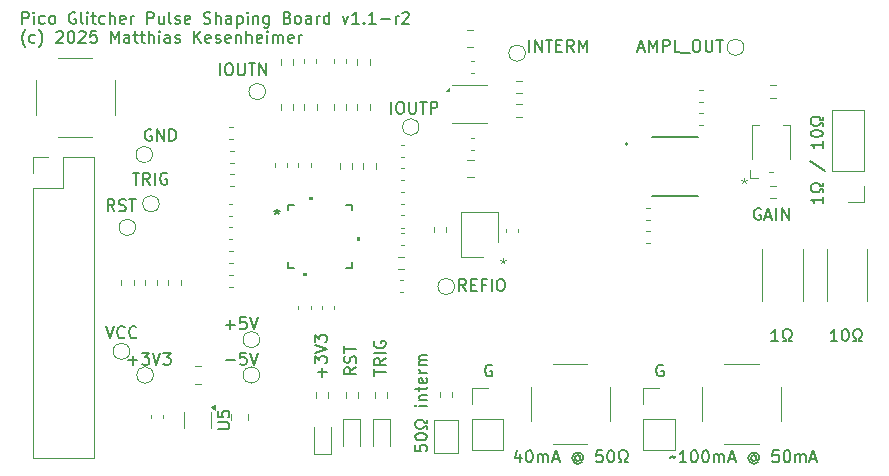
<source format=gbr>
%TF.GenerationSoftware,KiCad,Pcbnew,8.0.6*%
%TF.CreationDate,2025-05-09T15:02:35+02:00*%
%TF.ProjectId,pulse-shaping-extension-v1.1,70756c73-652d-4736-9861-70696e672d65,rev?*%
%TF.SameCoordinates,PX3d09000PY6590fa0*%
%TF.FileFunction,Legend,Top*%
%TF.FilePolarity,Positive*%
%FSLAX46Y46*%
G04 Gerber Fmt 4.6, Leading zero omitted, Abs format (unit mm)*
G04 Created by KiCad (PCBNEW 8.0.6) date 2025-05-09 15:02:35*
%MOMM*%
%LPD*%
G01*
G04 APERTURE LIST*
%ADD10C,0.150000*%
%ADD11C,0.100000*%
%ADD12C,0.120000*%
%ADD13C,0.152400*%
%ADD14C,0.000000*%
%ADD15C,0.127000*%
%ADD16C,0.200000*%
G04 APERTURE END LIST*
D10*
X18836779Y9261134D02*
X19598684Y9261134D01*
X20551064Y9880181D02*
X20074874Y9880181D01*
X20074874Y9880181D02*
X20027255Y9403991D01*
X20027255Y9403991D02*
X20074874Y9451610D01*
X20074874Y9451610D02*
X20170112Y9499229D01*
X20170112Y9499229D02*
X20408207Y9499229D01*
X20408207Y9499229D02*
X20503445Y9451610D01*
X20503445Y9451610D02*
X20551064Y9403991D01*
X20551064Y9403991D02*
X20598683Y9308753D01*
X20598683Y9308753D02*
X20598683Y9070658D01*
X20598683Y9070658D02*
X20551064Y8975420D01*
X20551064Y8975420D02*
X20503445Y8927800D01*
X20503445Y8927800D02*
X20408207Y8880181D01*
X20408207Y8880181D02*
X20170112Y8880181D01*
X20170112Y8880181D02*
X20074874Y8927800D01*
X20074874Y8927800D02*
X20027255Y8975420D01*
X20884398Y9880181D02*
X21217731Y8880181D01*
X21217731Y8880181D02*
X21551064Y9880181D01*
X43765350Y1296848D02*
X43765350Y630181D01*
X43527255Y1677800D02*
X43289160Y963515D01*
X43289160Y963515D02*
X43908207Y963515D01*
X44479636Y1630181D02*
X44574874Y1630181D01*
X44574874Y1630181D02*
X44670112Y1582562D01*
X44670112Y1582562D02*
X44717731Y1534943D01*
X44717731Y1534943D02*
X44765350Y1439705D01*
X44765350Y1439705D02*
X44812969Y1249229D01*
X44812969Y1249229D02*
X44812969Y1011134D01*
X44812969Y1011134D02*
X44765350Y820658D01*
X44765350Y820658D02*
X44717731Y725420D01*
X44717731Y725420D02*
X44670112Y677800D01*
X44670112Y677800D02*
X44574874Y630181D01*
X44574874Y630181D02*
X44479636Y630181D01*
X44479636Y630181D02*
X44384398Y677800D01*
X44384398Y677800D02*
X44336779Y725420D01*
X44336779Y725420D02*
X44289160Y820658D01*
X44289160Y820658D02*
X44241541Y1011134D01*
X44241541Y1011134D02*
X44241541Y1249229D01*
X44241541Y1249229D02*
X44289160Y1439705D01*
X44289160Y1439705D02*
X44336779Y1534943D01*
X44336779Y1534943D02*
X44384398Y1582562D01*
X44384398Y1582562D02*
X44479636Y1630181D01*
X45241541Y630181D02*
X45241541Y1296848D01*
X45241541Y1201610D02*
X45289160Y1249229D01*
X45289160Y1249229D02*
X45384398Y1296848D01*
X45384398Y1296848D02*
X45527255Y1296848D01*
X45527255Y1296848D02*
X45622493Y1249229D01*
X45622493Y1249229D02*
X45670112Y1153991D01*
X45670112Y1153991D02*
X45670112Y630181D01*
X45670112Y1153991D02*
X45717731Y1249229D01*
X45717731Y1249229D02*
X45812969Y1296848D01*
X45812969Y1296848D02*
X45955826Y1296848D01*
X45955826Y1296848D02*
X46051065Y1249229D01*
X46051065Y1249229D02*
X46098684Y1153991D01*
X46098684Y1153991D02*
X46098684Y630181D01*
X46527255Y915896D02*
X47003445Y915896D01*
X46432017Y630181D02*
X46765350Y1630181D01*
X46765350Y1630181D02*
X47098683Y630181D01*
X48812969Y1106372D02*
X48765350Y1153991D01*
X48765350Y1153991D02*
X48670112Y1201610D01*
X48670112Y1201610D02*
X48574874Y1201610D01*
X48574874Y1201610D02*
X48479636Y1153991D01*
X48479636Y1153991D02*
X48432017Y1106372D01*
X48432017Y1106372D02*
X48384398Y1011134D01*
X48384398Y1011134D02*
X48384398Y915896D01*
X48384398Y915896D02*
X48432017Y820658D01*
X48432017Y820658D02*
X48479636Y773039D01*
X48479636Y773039D02*
X48574874Y725420D01*
X48574874Y725420D02*
X48670112Y725420D01*
X48670112Y725420D02*
X48765350Y773039D01*
X48765350Y773039D02*
X48812969Y820658D01*
X48812969Y1201610D02*
X48812969Y820658D01*
X48812969Y820658D02*
X48860588Y773039D01*
X48860588Y773039D02*
X48908207Y773039D01*
X48908207Y773039D02*
X49003446Y820658D01*
X49003446Y820658D02*
X49051065Y915896D01*
X49051065Y915896D02*
X49051065Y1153991D01*
X49051065Y1153991D02*
X48955827Y1296848D01*
X48955827Y1296848D02*
X48812969Y1392086D01*
X48812969Y1392086D02*
X48622493Y1439705D01*
X48622493Y1439705D02*
X48432017Y1392086D01*
X48432017Y1392086D02*
X48289160Y1296848D01*
X48289160Y1296848D02*
X48193922Y1153991D01*
X48193922Y1153991D02*
X48146303Y963515D01*
X48146303Y963515D02*
X48193922Y773039D01*
X48193922Y773039D02*
X48289160Y630181D01*
X48289160Y630181D02*
X48432017Y534943D01*
X48432017Y534943D02*
X48622493Y487324D01*
X48622493Y487324D02*
X48812969Y534943D01*
X48812969Y534943D02*
X48955827Y630181D01*
X50717731Y1630181D02*
X50241541Y1630181D01*
X50241541Y1630181D02*
X50193922Y1153991D01*
X50193922Y1153991D02*
X50241541Y1201610D01*
X50241541Y1201610D02*
X50336779Y1249229D01*
X50336779Y1249229D02*
X50574874Y1249229D01*
X50574874Y1249229D02*
X50670112Y1201610D01*
X50670112Y1201610D02*
X50717731Y1153991D01*
X50717731Y1153991D02*
X50765350Y1058753D01*
X50765350Y1058753D02*
X50765350Y820658D01*
X50765350Y820658D02*
X50717731Y725420D01*
X50717731Y725420D02*
X50670112Y677800D01*
X50670112Y677800D02*
X50574874Y630181D01*
X50574874Y630181D02*
X50336779Y630181D01*
X50336779Y630181D02*
X50241541Y677800D01*
X50241541Y677800D02*
X50193922Y725420D01*
X51384398Y1630181D02*
X51479636Y1630181D01*
X51479636Y1630181D02*
X51574874Y1582562D01*
X51574874Y1582562D02*
X51622493Y1534943D01*
X51622493Y1534943D02*
X51670112Y1439705D01*
X51670112Y1439705D02*
X51717731Y1249229D01*
X51717731Y1249229D02*
X51717731Y1011134D01*
X51717731Y1011134D02*
X51670112Y820658D01*
X51670112Y820658D02*
X51622493Y725420D01*
X51622493Y725420D02*
X51574874Y677800D01*
X51574874Y677800D02*
X51479636Y630181D01*
X51479636Y630181D02*
X51384398Y630181D01*
X51384398Y630181D02*
X51289160Y677800D01*
X51289160Y677800D02*
X51241541Y725420D01*
X51241541Y725420D02*
X51193922Y820658D01*
X51193922Y820658D02*
X51146303Y1011134D01*
X51146303Y1011134D02*
X51146303Y1249229D01*
X51146303Y1249229D02*
X51193922Y1439705D01*
X51193922Y1439705D02*
X51241541Y1534943D01*
X51241541Y1534943D02*
X51289160Y1582562D01*
X51289160Y1582562D02*
X51384398Y1630181D01*
X52098684Y630181D02*
X52336779Y630181D01*
X52336779Y630181D02*
X52336779Y820658D01*
X52336779Y820658D02*
X52241541Y868277D01*
X52241541Y868277D02*
X52146303Y963515D01*
X52146303Y963515D02*
X52098684Y1106372D01*
X52098684Y1106372D02*
X52098684Y1344467D01*
X52098684Y1344467D02*
X52146303Y1487324D01*
X52146303Y1487324D02*
X52241541Y1582562D01*
X52241541Y1582562D02*
X52384398Y1630181D01*
X52384398Y1630181D02*
X52574874Y1630181D01*
X52574874Y1630181D02*
X52717731Y1582562D01*
X52717731Y1582562D02*
X52812969Y1487324D01*
X52812969Y1487324D02*
X52860588Y1344467D01*
X52860588Y1344467D02*
X52860588Y1106372D01*
X52860588Y1106372D02*
X52812969Y963515D01*
X52812969Y963515D02*
X52717731Y868277D01*
X52717731Y868277D02*
X52622493Y820658D01*
X52622493Y820658D02*
X52622493Y630181D01*
X52622493Y630181D02*
X52860588Y630181D01*
X9408207Y21880181D02*
X9074874Y22356372D01*
X8836779Y21880181D02*
X8836779Y22880181D01*
X8836779Y22880181D02*
X9217731Y22880181D01*
X9217731Y22880181D02*
X9312969Y22832562D01*
X9312969Y22832562D02*
X9360588Y22784943D01*
X9360588Y22784943D02*
X9408207Y22689705D01*
X9408207Y22689705D02*
X9408207Y22546848D01*
X9408207Y22546848D02*
X9360588Y22451610D01*
X9360588Y22451610D02*
X9312969Y22403991D01*
X9312969Y22403991D02*
X9217731Y22356372D01*
X9217731Y22356372D02*
X8836779Y22356372D01*
X9789160Y21927800D02*
X9932017Y21880181D01*
X9932017Y21880181D02*
X10170112Y21880181D01*
X10170112Y21880181D02*
X10265350Y21927800D01*
X10265350Y21927800D02*
X10312969Y21975420D01*
X10312969Y21975420D02*
X10360588Y22070658D01*
X10360588Y22070658D02*
X10360588Y22165896D01*
X10360588Y22165896D02*
X10312969Y22261134D01*
X10312969Y22261134D02*
X10265350Y22308753D01*
X10265350Y22308753D02*
X10170112Y22356372D01*
X10170112Y22356372D02*
X9979636Y22403991D01*
X9979636Y22403991D02*
X9884398Y22451610D01*
X9884398Y22451610D02*
X9836779Y22499229D01*
X9836779Y22499229D02*
X9789160Y22594467D01*
X9789160Y22594467D02*
X9789160Y22689705D01*
X9789160Y22689705D02*
X9836779Y22784943D01*
X9836779Y22784943D02*
X9884398Y22832562D01*
X9884398Y22832562D02*
X9979636Y22880181D01*
X9979636Y22880181D02*
X10217731Y22880181D01*
X10217731Y22880181D02*
X10360588Y22832562D01*
X10646303Y22880181D02*
X11217731Y22880181D01*
X10932017Y21880181D02*
X10932017Y22880181D01*
X69369819Y23110589D02*
X69369819Y22539161D01*
X69369819Y22824875D02*
X68369819Y22824875D01*
X68369819Y22824875D02*
X68512676Y22729637D01*
X68512676Y22729637D02*
X68607914Y22634399D01*
X68607914Y22634399D02*
X68655533Y22539161D01*
X69369819Y23491542D02*
X69369819Y23729637D01*
X69369819Y23729637D02*
X69179342Y23729637D01*
X69179342Y23729637D02*
X69131723Y23634399D01*
X69131723Y23634399D02*
X69036485Y23539161D01*
X69036485Y23539161D02*
X68893628Y23491542D01*
X68893628Y23491542D02*
X68655533Y23491542D01*
X68655533Y23491542D02*
X68512676Y23539161D01*
X68512676Y23539161D02*
X68417438Y23634399D01*
X68417438Y23634399D02*
X68369819Y23777256D01*
X68369819Y23777256D02*
X68369819Y23967732D01*
X68369819Y23967732D02*
X68417438Y24110589D01*
X68417438Y24110589D02*
X68512676Y24205827D01*
X68512676Y24205827D02*
X68655533Y24253446D01*
X68655533Y24253446D02*
X68893628Y24253446D01*
X68893628Y24253446D02*
X69036485Y24205827D01*
X69036485Y24205827D02*
X69131723Y24110589D01*
X69131723Y24110589D02*
X69179342Y24015351D01*
X69179342Y24015351D02*
X69369819Y24015351D01*
X69369819Y24015351D02*
X69369819Y24253446D01*
X68322200Y26158208D02*
X69607914Y25301066D01*
X69369819Y27777256D02*
X69369819Y27205828D01*
X69369819Y27491542D02*
X68369819Y27491542D01*
X68369819Y27491542D02*
X68512676Y27396304D01*
X68512676Y27396304D02*
X68607914Y27301066D01*
X68607914Y27301066D02*
X68655533Y27205828D01*
X68369819Y28396304D02*
X68369819Y28491542D01*
X68369819Y28491542D02*
X68417438Y28586780D01*
X68417438Y28586780D02*
X68465057Y28634399D01*
X68465057Y28634399D02*
X68560295Y28682018D01*
X68560295Y28682018D02*
X68750771Y28729637D01*
X68750771Y28729637D02*
X68988866Y28729637D01*
X68988866Y28729637D02*
X69179342Y28682018D01*
X69179342Y28682018D02*
X69274580Y28634399D01*
X69274580Y28634399D02*
X69322200Y28586780D01*
X69322200Y28586780D02*
X69369819Y28491542D01*
X69369819Y28491542D02*
X69369819Y28396304D01*
X69369819Y28396304D02*
X69322200Y28301066D01*
X69322200Y28301066D02*
X69274580Y28253447D01*
X69274580Y28253447D02*
X69179342Y28205828D01*
X69179342Y28205828D02*
X68988866Y28158209D01*
X68988866Y28158209D02*
X68750771Y28158209D01*
X68750771Y28158209D02*
X68560295Y28205828D01*
X68560295Y28205828D02*
X68465057Y28253447D01*
X68465057Y28253447D02*
X68417438Y28301066D01*
X68417438Y28301066D02*
X68369819Y28396304D01*
X69369819Y29110590D02*
X69369819Y29348685D01*
X69369819Y29348685D02*
X69179342Y29348685D01*
X69179342Y29348685D02*
X69131723Y29253447D01*
X69131723Y29253447D02*
X69036485Y29158209D01*
X69036485Y29158209D02*
X68893628Y29110590D01*
X68893628Y29110590D02*
X68655533Y29110590D01*
X68655533Y29110590D02*
X68512676Y29158209D01*
X68512676Y29158209D02*
X68417438Y29253447D01*
X68417438Y29253447D02*
X68369819Y29396304D01*
X68369819Y29396304D02*
X68369819Y29586780D01*
X68369819Y29586780D02*
X68417438Y29729637D01*
X68417438Y29729637D02*
X68512676Y29824875D01*
X68512676Y29824875D02*
X68655533Y29872494D01*
X68655533Y29872494D02*
X68893628Y29872494D01*
X68893628Y29872494D02*
X69036485Y29824875D01*
X69036485Y29824875D02*
X69131723Y29729637D01*
X69131723Y29729637D02*
X69179342Y29634399D01*
X69179342Y29634399D02*
X69369819Y29634399D01*
X69369819Y29634399D02*
X69369819Y29872494D01*
X8693922Y12130181D02*
X9027255Y11130181D01*
X9027255Y11130181D02*
X9360588Y12130181D01*
X10265350Y11225420D02*
X10217731Y11177800D01*
X10217731Y11177800D02*
X10074874Y11130181D01*
X10074874Y11130181D02*
X9979636Y11130181D01*
X9979636Y11130181D02*
X9836779Y11177800D01*
X9836779Y11177800D02*
X9741541Y11273039D01*
X9741541Y11273039D02*
X9693922Y11368277D01*
X9693922Y11368277D02*
X9646303Y11558753D01*
X9646303Y11558753D02*
X9646303Y11701610D01*
X9646303Y11701610D02*
X9693922Y11892086D01*
X9693922Y11892086D02*
X9741541Y11987324D01*
X9741541Y11987324D02*
X9836779Y12082562D01*
X9836779Y12082562D02*
X9979636Y12130181D01*
X9979636Y12130181D02*
X10074874Y12130181D01*
X10074874Y12130181D02*
X10217731Y12082562D01*
X10217731Y12082562D02*
X10265350Y12034943D01*
X11265350Y11225420D02*
X11217731Y11177800D01*
X11217731Y11177800D02*
X11074874Y11130181D01*
X11074874Y11130181D02*
X10979636Y11130181D01*
X10979636Y11130181D02*
X10836779Y11177800D01*
X10836779Y11177800D02*
X10741541Y11273039D01*
X10741541Y11273039D02*
X10693922Y11368277D01*
X10693922Y11368277D02*
X10646303Y11558753D01*
X10646303Y11558753D02*
X10646303Y11701610D01*
X10646303Y11701610D02*
X10693922Y11892086D01*
X10693922Y11892086D02*
X10741541Y11987324D01*
X10741541Y11987324D02*
X10836779Y12082562D01*
X10836779Y12082562D02*
X10979636Y12130181D01*
X10979636Y12130181D02*
X11074874Y12130181D01*
X11074874Y12130181D02*
X11217731Y12082562D01*
X11217731Y12082562D02*
X11265350Y12034943D01*
X70610588Y10880181D02*
X70039160Y10880181D01*
X70324874Y10880181D02*
X70324874Y11880181D01*
X70324874Y11880181D02*
X70229636Y11737324D01*
X70229636Y11737324D02*
X70134398Y11642086D01*
X70134398Y11642086D02*
X70039160Y11594467D01*
X71229636Y11880181D02*
X71324874Y11880181D01*
X71324874Y11880181D02*
X71420112Y11832562D01*
X71420112Y11832562D02*
X71467731Y11784943D01*
X71467731Y11784943D02*
X71515350Y11689705D01*
X71515350Y11689705D02*
X71562969Y11499229D01*
X71562969Y11499229D02*
X71562969Y11261134D01*
X71562969Y11261134D02*
X71515350Y11070658D01*
X71515350Y11070658D02*
X71467731Y10975420D01*
X71467731Y10975420D02*
X71420112Y10927800D01*
X71420112Y10927800D02*
X71324874Y10880181D01*
X71324874Y10880181D02*
X71229636Y10880181D01*
X71229636Y10880181D02*
X71134398Y10927800D01*
X71134398Y10927800D02*
X71086779Y10975420D01*
X71086779Y10975420D02*
X71039160Y11070658D01*
X71039160Y11070658D02*
X70991541Y11261134D01*
X70991541Y11261134D02*
X70991541Y11499229D01*
X70991541Y11499229D02*
X71039160Y11689705D01*
X71039160Y11689705D02*
X71086779Y11784943D01*
X71086779Y11784943D02*
X71134398Y11832562D01*
X71134398Y11832562D02*
X71229636Y11880181D01*
X71943922Y10880181D02*
X72182017Y10880181D01*
X72182017Y10880181D02*
X72182017Y11070658D01*
X72182017Y11070658D02*
X72086779Y11118277D01*
X72086779Y11118277D02*
X71991541Y11213515D01*
X71991541Y11213515D02*
X71943922Y11356372D01*
X71943922Y11356372D02*
X71943922Y11594467D01*
X71943922Y11594467D02*
X71991541Y11737324D01*
X71991541Y11737324D02*
X72086779Y11832562D01*
X72086779Y11832562D02*
X72229636Y11880181D01*
X72229636Y11880181D02*
X72420112Y11880181D01*
X72420112Y11880181D02*
X72562969Y11832562D01*
X72562969Y11832562D02*
X72658207Y11737324D01*
X72658207Y11737324D02*
X72705826Y11594467D01*
X72705826Y11594467D02*
X72705826Y11356372D01*
X72705826Y11356372D02*
X72658207Y11213515D01*
X72658207Y11213515D02*
X72562969Y11118277D01*
X72562969Y11118277D02*
X72467731Y11070658D01*
X72467731Y11070658D02*
X72467731Y10880181D01*
X72467731Y10880181D02*
X72705826Y10880181D01*
X41360588Y8832562D02*
X41265350Y8880181D01*
X41265350Y8880181D02*
X41122493Y8880181D01*
X41122493Y8880181D02*
X40979636Y8832562D01*
X40979636Y8832562D02*
X40884398Y8737324D01*
X40884398Y8737324D02*
X40836779Y8642086D01*
X40836779Y8642086D02*
X40789160Y8451610D01*
X40789160Y8451610D02*
X40789160Y8308753D01*
X40789160Y8308753D02*
X40836779Y8118277D01*
X40836779Y8118277D02*
X40884398Y8023039D01*
X40884398Y8023039D02*
X40979636Y7927800D01*
X40979636Y7927800D02*
X41122493Y7880181D01*
X41122493Y7880181D02*
X41217731Y7880181D01*
X41217731Y7880181D02*
X41360588Y7927800D01*
X41360588Y7927800D02*
X41408207Y7975420D01*
X41408207Y7975420D02*
X41408207Y8308753D01*
X41408207Y8308753D02*
X41217731Y8308753D01*
X53789160Y35665896D02*
X54265350Y35665896D01*
X53693922Y35380181D02*
X54027255Y36380181D01*
X54027255Y36380181D02*
X54360588Y35380181D01*
X54693922Y35380181D02*
X54693922Y36380181D01*
X54693922Y36380181D02*
X55027255Y35665896D01*
X55027255Y35665896D02*
X55360588Y36380181D01*
X55360588Y36380181D02*
X55360588Y35380181D01*
X55836779Y35380181D02*
X55836779Y36380181D01*
X55836779Y36380181D02*
X56217731Y36380181D01*
X56217731Y36380181D02*
X56312969Y36332562D01*
X56312969Y36332562D02*
X56360588Y36284943D01*
X56360588Y36284943D02*
X56408207Y36189705D01*
X56408207Y36189705D02*
X56408207Y36046848D01*
X56408207Y36046848D02*
X56360588Y35951610D01*
X56360588Y35951610D02*
X56312969Y35903991D01*
X56312969Y35903991D02*
X56217731Y35856372D01*
X56217731Y35856372D02*
X55836779Y35856372D01*
X57312969Y35380181D02*
X56836779Y35380181D01*
X56836779Y35380181D02*
X56836779Y36380181D01*
X57408208Y35284943D02*
X58170112Y35284943D01*
X58598684Y36380181D02*
X58789160Y36380181D01*
X58789160Y36380181D02*
X58884398Y36332562D01*
X58884398Y36332562D02*
X58979636Y36237324D01*
X58979636Y36237324D02*
X59027255Y36046848D01*
X59027255Y36046848D02*
X59027255Y35713515D01*
X59027255Y35713515D02*
X58979636Y35523039D01*
X58979636Y35523039D02*
X58884398Y35427800D01*
X58884398Y35427800D02*
X58789160Y35380181D01*
X58789160Y35380181D02*
X58598684Y35380181D01*
X58598684Y35380181D02*
X58503446Y35427800D01*
X58503446Y35427800D02*
X58408208Y35523039D01*
X58408208Y35523039D02*
X58360589Y35713515D01*
X58360589Y35713515D02*
X58360589Y36046848D01*
X58360589Y36046848D02*
X58408208Y36237324D01*
X58408208Y36237324D02*
X58503446Y36332562D01*
X58503446Y36332562D02*
X58598684Y36380181D01*
X59455827Y36380181D02*
X59455827Y35570658D01*
X59455827Y35570658D02*
X59503446Y35475420D01*
X59503446Y35475420D02*
X59551065Y35427800D01*
X59551065Y35427800D02*
X59646303Y35380181D01*
X59646303Y35380181D02*
X59836779Y35380181D01*
X59836779Y35380181D02*
X59932017Y35427800D01*
X59932017Y35427800D02*
X59979636Y35475420D01*
X59979636Y35475420D02*
X60027255Y35570658D01*
X60027255Y35570658D02*
X60027255Y36380181D01*
X60360589Y36380181D02*
X60932017Y36380181D01*
X60646303Y35380181D02*
X60646303Y36380181D01*
X32836779Y30130181D02*
X32836779Y31130181D01*
X33503445Y31130181D02*
X33693921Y31130181D01*
X33693921Y31130181D02*
X33789159Y31082562D01*
X33789159Y31082562D02*
X33884397Y30987324D01*
X33884397Y30987324D02*
X33932016Y30796848D01*
X33932016Y30796848D02*
X33932016Y30463515D01*
X33932016Y30463515D02*
X33884397Y30273039D01*
X33884397Y30273039D02*
X33789159Y30177800D01*
X33789159Y30177800D02*
X33693921Y30130181D01*
X33693921Y30130181D02*
X33503445Y30130181D01*
X33503445Y30130181D02*
X33408207Y30177800D01*
X33408207Y30177800D02*
X33312969Y30273039D01*
X33312969Y30273039D02*
X33265350Y30463515D01*
X33265350Y30463515D02*
X33265350Y30796848D01*
X33265350Y30796848D02*
X33312969Y30987324D01*
X33312969Y30987324D02*
X33408207Y31082562D01*
X33408207Y31082562D02*
X33503445Y31130181D01*
X34360588Y31130181D02*
X34360588Y30320658D01*
X34360588Y30320658D02*
X34408207Y30225420D01*
X34408207Y30225420D02*
X34455826Y30177800D01*
X34455826Y30177800D02*
X34551064Y30130181D01*
X34551064Y30130181D02*
X34741540Y30130181D01*
X34741540Y30130181D02*
X34836778Y30177800D01*
X34836778Y30177800D02*
X34884397Y30225420D01*
X34884397Y30225420D02*
X34932016Y30320658D01*
X34932016Y30320658D02*
X34932016Y31130181D01*
X35265350Y31130181D02*
X35836778Y31130181D01*
X35551064Y30130181D02*
X35551064Y31130181D01*
X36170112Y30130181D02*
X36170112Y31130181D01*
X36170112Y31130181D02*
X36551064Y31130181D01*
X36551064Y31130181D02*
X36646302Y31082562D01*
X36646302Y31082562D02*
X36693921Y31034943D01*
X36693921Y31034943D02*
X36741540Y30939705D01*
X36741540Y30939705D02*
X36741540Y30796848D01*
X36741540Y30796848D02*
X36693921Y30701610D01*
X36693921Y30701610D02*
X36646302Y30653991D01*
X36646302Y30653991D02*
X36551064Y30606372D01*
X36551064Y30606372D02*
X36170112Y30606372D01*
X34869819Y2062970D02*
X34869819Y1586780D01*
X34869819Y1586780D02*
X35346009Y1539161D01*
X35346009Y1539161D02*
X35298390Y1586780D01*
X35298390Y1586780D02*
X35250771Y1682018D01*
X35250771Y1682018D02*
X35250771Y1920113D01*
X35250771Y1920113D02*
X35298390Y2015351D01*
X35298390Y2015351D02*
X35346009Y2062970D01*
X35346009Y2062970D02*
X35441247Y2110589D01*
X35441247Y2110589D02*
X35679342Y2110589D01*
X35679342Y2110589D02*
X35774580Y2062970D01*
X35774580Y2062970D02*
X35822200Y2015351D01*
X35822200Y2015351D02*
X35869819Y1920113D01*
X35869819Y1920113D02*
X35869819Y1682018D01*
X35869819Y1682018D02*
X35822200Y1586780D01*
X35822200Y1586780D02*
X35774580Y1539161D01*
X34869819Y2729637D02*
X34869819Y2824875D01*
X34869819Y2824875D02*
X34917438Y2920113D01*
X34917438Y2920113D02*
X34965057Y2967732D01*
X34965057Y2967732D02*
X35060295Y3015351D01*
X35060295Y3015351D02*
X35250771Y3062970D01*
X35250771Y3062970D02*
X35488866Y3062970D01*
X35488866Y3062970D02*
X35679342Y3015351D01*
X35679342Y3015351D02*
X35774580Y2967732D01*
X35774580Y2967732D02*
X35822200Y2920113D01*
X35822200Y2920113D02*
X35869819Y2824875D01*
X35869819Y2824875D02*
X35869819Y2729637D01*
X35869819Y2729637D02*
X35822200Y2634399D01*
X35822200Y2634399D02*
X35774580Y2586780D01*
X35774580Y2586780D02*
X35679342Y2539161D01*
X35679342Y2539161D02*
X35488866Y2491542D01*
X35488866Y2491542D02*
X35250771Y2491542D01*
X35250771Y2491542D02*
X35060295Y2539161D01*
X35060295Y2539161D02*
X34965057Y2586780D01*
X34965057Y2586780D02*
X34917438Y2634399D01*
X34917438Y2634399D02*
X34869819Y2729637D01*
X35869819Y3443923D02*
X35869819Y3682018D01*
X35869819Y3682018D02*
X35679342Y3682018D01*
X35679342Y3682018D02*
X35631723Y3586780D01*
X35631723Y3586780D02*
X35536485Y3491542D01*
X35536485Y3491542D02*
X35393628Y3443923D01*
X35393628Y3443923D02*
X35155533Y3443923D01*
X35155533Y3443923D02*
X35012676Y3491542D01*
X35012676Y3491542D02*
X34917438Y3586780D01*
X34917438Y3586780D02*
X34869819Y3729637D01*
X34869819Y3729637D02*
X34869819Y3920113D01*
X34869819Y3920113D02*
X34917438Y4062970D01*
X34917438Y4062970D02*
X35012676Y4158208D01*
X35012676Y4158208D02*
X35155533Y4205827D01*
X35155533Y4205827D02*
X35393628Y4205827D01*
X35393628Y4205827D02*
X35536485Y4158208D01*
X35536485Y4158208D02*
X35631723Y4062970D01*
X35631723Y4062970D02*
X35679342Y3967732D01*
X35679342Y3967732D02*
X35869819Y3967732D01*
X35869819Y3967732D02*
X35869819Y4205827D01*
X35869819Y5396304D02*
X35203152Y5396304D01*
X34869819Y5396304D02*
X34917438Y5348685D01*
X34917438Y5348685D02*
X34965057Y5396304D01*
X34965057Y5396304D02*
X34917438Y5443923D01*
X34917438Y5443923D02*
X34869819Y5396304D01*
X34869819Y5396304D02*
X34965057Y5396304D01*
X35203152Y5872494D02*
X35869819Y5872494D01*
X35298390Y5872494D02*
X35250771Y5920113D01*
X35250771Y5920113D02*
X35203152Y6015351D01*
X35203152Y6015351D02*
X35203152Y6158208D01*
X35203152Y6158208D02*
X35250771Y6253446D01*
X35250771Y6253446D02*
X35346009Y6301065D01*
X35346009Y6301065D02*
X35869819Y6301065D01*
X35203152Y6634399D02*
X35203152Y7015351D01*
X34869819Y6777256D02*
X35726961Y6777256D01*
X35726961Y6777256D02*
X35822200Y6824875D01*
X35822200Y6824875D02*
X35869819Y6920113D01*
X35869819Y6920113D02*
X35869819Y7015351D01*
X35822200Y7729637D02*
X35869819Y7634399D01*
X35869819Y7634399D02*
X35869819Y7443923D01*
X35869819Y7443923D02*
X35822200Y7348685D01*
X35822200Y7348685D02*
X35726961Y7301066D01*
X35726961Y7301066D02*
X35346009Y7301066D01*
X35346009Y7301066D02*
X35250771Y7348685D01*
X35250771Y7348685D02*
X35203152Y7443923D01*
X35203152Y7443923D02*
X35203152Y7634399D01*
X35203152Y7634399D02*
X35250771Y7729637D01*
X35250771Y7729637D02*
X35346009Y7777256D01*
X35346009Y7777256D02*
X35441247Y7777256D01*
X35441247Y7777256D02*
X35536485Y7301066D01*
X35869819Y8205828D02*
X35203152Y8205828D01*
X35393628Y8205828D02*
X35298390Y8253447D01*
X35298390Y8253447D02*
X35250771Y8301066D01*
X35250771Y8301066D02*
X35203152Y8396304D01*
X35203152Y8396304D02*
X35203152Y8491542D01*
X35869819Y8824876D02*
X35203152Y8824876D01*
X35298390Y8824876D02*
X35250771Y8872495D01*
X35250771Y8872495D02*
X35203152Y8967733D01*
X35203152Y8967733D02*
X35203152Y9110590D01*
X35203152Y9110590D02*
X35250771Y9205828D01*
X35250771Y9205828D02*
X35346009Y9253447D01*
X35346009Y9253447D02*
X35869819Y9253447D01*
X35346009Y9253447D02*
X35250771Y9301066D01*
X35250771Y9301066D02*
X35203152Y9396304D01*
X35203152Y9396304D02*
X35203152Y9539161D01*
X35203152Y9539161D02*
X35250771Y9634400D01*
X35250771Y9634400D02*
X35346009Y9682019D01*
X35346009Y9682019D02*
X35869819Y9682019D01*
X1586779Y37740125D02*
X1586779Y38740125D01*
X1586779Y38740125D02*
X1967731Y38740125D01*
X1967731Y38740125D02*
X2062969Y38692506D01*
X2062969Y38692506D02*
X2110588Y38644887D01*
X2110588Y38644887D02*
X2158207Y38549649D01*
X2158207Y38549649D02*
X2158207Y38406792D01*
X2158207Y38406792D02*
X2110588Y38311554D01*
X2110588Y38311554D02*
X2062969Y38263935D01*
X2062969Y38263935D02*
X1967731Y38216316D01*
X1967731Y38216316D02*
X1586779Y38216316D01*
X2586779Y37740125D02*
X2586779Y38406792D01*
X2586779Y38740125D02*
X2539160Y38692506D01*
X2539160Y38692506D02*
X2586779Y38644887D01*
X2586779Y38644887D02*
X2634398Y38692506D01*
X2634398Y38692506D02*
X2586779Y38740125D01*
X2586779Y38740125D02*
X2586779Y38644887D01*
X3491540Y37787744D02*
X3396302Y37740125D01*
X3396302Y37740125D02*
X3205826Y37740125D01*
X3205826Y37740125D02*
X3110588Y37787744D01*
X3110588Y37787744D02*
X3062969Y37835364D01*
X3062969Y37835364D02*
X3015350Y37930602D01*
X3015350Y37930602D02*
X3015350Y38216316D01*
X3015350Y38216316D02*
X3062969Y38311554D01*
X3062969Y38311554D02*
X3110588Y38359173D01*
X3110588Y38359173D02*
X3205826Y38406792D01*
X3205826Y38406792D02*
X3396302Y38406792D01*
X3396302Y38406792D02*
X3491540Y38359173D01*
X4062969Y37740125D02*
X3967731Y37787744D01*
X3967731Y37787744D02*
X3920112Y37835364D01*
X3920112Y37835364D02*
X3872493Y37930602D01*
X3872493Y37930602D02*
X3872493Y38216316D01*
X3872493Y38216316D02*
X3920112Y38311554D01*
X3920112Y38311554D02*
X3967731Y38359173D01*
X3967731Y38359173D02*
X4062969Y38406792D01*
X4062969Y38406792D02*
X4205826Y38406792D01*
X4205826Y38406792D02*
X4301064Y38359173D01*
X4301064Y38359173D02*
X4348683Y38311554D01*
X4348683Y38311554D02*
X4396302Y38216316D01*
X4396302Y38216316D02*
X4396302Y37930602D01*
X4396302Y37930602D02*
X4348683Y37835364D01*
X4348683Y37835364D02*
X4301064Y37787744D01*
X4301064Y37787744D02*
X4205826Y37740125D01*
X4205826Y37740125D02*
X4062969Y37740125D01*
X6110588Y38692506D02*
X6015350Y38740125D01*
X6015350Y38740125D02*
X5872493Y38740125D01*
X5872493Y38740125D02*
X5729636Y38692506D01*
X5729636Y38692506D02*
X5634398Y38597268D01*
X5634398Y38597268D02*
X5586779Y38502030D01*
X5586779Y38502030D02*
X5539160Y38311554D01*
X5539160Y38311554D02*
X5539160Y38168697D01*
X5539160Y38168697D02*
X5586779Y37978221D01*
X5586779Y37978221D02*
X5634398Y37882983D01*
X5634398Y37882983D02*
X5729636Y37787744D01*
X5729636Y37787744D02*
X5872493Y37740125D01*
X5872493Y37740125D02*
X5967731Y37740125D01*
X5967731Y37740125D02*
X6110588Y37787744D01*
X6110588Y37787744D02*
X6158207Y37835364D01*
X6158207Y37835364D02*
X6158207Y38168697D01*
X6158207Y38168697D02*
X5967731Y38168697D01*
X6729636Y37740125D02*
X6634398Y37787744D01*
X6634398Y37787744D02*
X6586779Y37882983D01*
X6586779Y37882983D02*
X6586779Y38740125D01*
X7110589Y37740125D02*
X7110589Y38406792D01*
X7110589Y38740125D02*
X7062970Y38692506D01*
X7062970Y38692506D02*
X7110589Y38644887D01*
X7110589Y38644887D02*
X7158208Y38692506D01*
X7158208Y38692506D02*
X7110589Y38740125D01*
X7110589Y38740125D02*
X7110589Y38644887D01*
X7443922Y38406792D02*
X7824874Y38406792D01*
X7586779Y38740125D02*
X7586779Y37882983D01*
X7586779Y37882983D02*
X7634398Y37787744D01*
X7634398Y37787744D02*
X7729636Y37740125D01*
X7729636Y37740125D02*
X7824874Y37740125D01*
X8586779Y37787744D02*
X8491541Y37740125D01*
X8491541Y37740125D02*
X8301065Y37740125D01*
X8301065Y37740125D02*
X8205827Y37787744D01*
X8205827Y37787744D02*
X8158208Y37835364D01*
X8158208Y37835364D02*
X8110589Y37930602D01*
X8110589Y37930602D02*
X8110589Y38216316D01*
X8110589Y38216316D02*
X8158208Y38311554D01*
X8158208Y38311554D02*
X8205827Y38359173D01*
X8205827Y38359173D02*
X8301065Y38406792D01*
X8301065Y38406792D02*
X8491541Y38406792D01*
X8491541Y38406792D02*
X8586779Y38359173D01*
X9015351Y37740125D02*
X9015351Y38740125D01*
X9443922Y37740125D02*
X9443922Y38263935D01*
X9443922Y38263935D02*
X9396303Y38359173D01*
X9396303Y38359173D02*
X9301065Y38406792D01*
X9301065Y38406792D02*
X9158208Y38406792D01*
X9158208Y38406792D02*
X9062970Y38359173D01*
X9062970Y38359173D02*
X9015351Y38311554D01*
X10301065Y37787744D02*
X10205827Y37740125D01*
X10205827Y37740125D02*
X10015351Y37740125D01*
X10015351Y37740125D02*
X9920113Y37787744D01*
X9920113Y37787744D02*
X9872494Y37882983D01*
X9872494Y37882983D02*
X9872494Y38263935D01*
X9872494Y38263935D02*
X9920113Y38359173D01*
X9920113Y38359173D02*
X10015351Y38406792D01*
X10015351Y38406792D02*
X10205827Y38406792D01*
X10205827Y38406792D02*
X10301065Y38359173D01*
X10301065Y38359173D02*
X10348684Y38263935D01*
X10348684Y38263935D02*
X10348684Y38168697D01*
X10348684Y38168697D02*
X9872494Y38073459D01*
X10777256Y37740125D02*
X10777256Y38406792D01*
X10777256Y38216316D02*
X10824875Y38311554D01*
X10824875Y38311554D02*
X10872494Y38359173D01*
X10872494Y38359173D02*
X10967732Y38406792D01*
X10967732Y38406792D02*
X11062970Y38406792D01*
X12158209Y37740125D02*
X12158209Y38740125D01*
X12158209Y38740125D02*
X12539161Y38740125D01*
X12539161Y38740125D02*
X12634399Y38692506D01*
X12634399Y38692506D02*
X12682018Y38644887D01*
X12682018Y38644887D02*
X12729637Y38549649D01*
X12729637Y38549649D02*
X12729637Y38406792D01*
X12729637Y38406792D02*
X12682018Y38311554D01*
X12682018Y38311554D02*
X12634399Y38263935D01*
X12634399Y38263935D02*
X12539161Y38216316D01*
X12539161Y38216316D02*
X12158209Y38216316D01*
X13586780Y38406792D02*
X13586780Y37740125D01*
X13158209Y38406792D02*
X13158209Y37882983D01*
X13158209Y37882983D02*
X13205828Y37787744D01*
X13205828Y37787744D02*
X13301066Y37740125D01*
X13301066Y37740125D02*
X13443923Y37740125D01*
X13443923Y37740125D02*
X13539161Y37787744D01*
X13539161Y37787744D02*
X13586780Y37835364D01*
X14205828Y37740125D02*
X14110590Y37787744D01*
X14110590Y37787744D02*
X14062971Y37882983D01*
X14062971Y37882983D02*
X14062971Y38740125D01*
X14539162Y37787744D02*
X14634400Y37740125D01*
X14634400Y37740125D02*
X14824876Y37740125D01*
X14824876Y37740125D02*
X14920114Y37787744D01*
X14920114Y37787744D02*
X14967733Y37882983D01*
X14967733Y37882983D02*
X14967733Y37930602D01*
X14967733Y37930602D02*
X14920114Y38025840D01*
X14920114Y38025840D02*
X14824876Y38073459D01*
X14824876Y38073459D02*
X14682019Y38073459D01*
X14682019Y38073459D02*
X14586781Y38121078D01*
X14586781Y38121078D02*
X14539162Y38216316D01*
X14539162Y38216316D02*
X14539162Y38263935D01*
X14539162Y38263935D02*
X14586781Y38359173D01*
X14586781Y38359173D02*
X14682019Y38406792D01*
X14682019Y38406792D02*
X14824876Y38406792D01*
X14824876Y38406792D02*
X14920114Y38359173D01*
X15777257Y37787744D02*
X15682019Y37740125D01*
X15682019Y37740125D02*
X15491543Y37740125D01*
X15491543Y37740125D02*
X15396305Y37787744D01*
X15396305Y37787744D02*
X15348686Y37882983D01*
X15348686Y37882983D02*
X15348686Y38263935D01*
X15348686Y38263935D02*
X15396305Y38359173D01*
X15396305Y38359173D02*
X15491543Y38406792D01*
X15491543Y38406792D02*
X15682019Y38406792D01*
X15682019Y38406792D02*
X15777257Y38359173D01*
X15777257Y38359173D02*
X15824876Y38263935D01*
X15824876Y38263935D02*
X15824876Y38168697D01*
X15824876Y38168697D02*
X15348686Y38073459D01*
X16967734Y37787744D02*
X17110591Y37740125D01*
X17110591Y37740125D02*
X17348686Y37740125D01*
X17348686Y37740125D02*
X17443924Y37787744D01*
X17443924Y37787744D02*
X17491543Y37835364D01*
X17491543Y37835364D02*
X17539162Y37930602D01*
X17539162Y37930602D02*
X17539162Y38025840D01*
X17539162Y38025840D02*
X17491543Y38121078D01*
X17491543Y38121078D02*
X17443924Y38168697D01*
X17443924Y38168697D02*
X17348686Y38216316D01*
X17348686Y38216316D02*
X17158210Y38263935D01*
X17158210Y38263935D02*
X17062972Y38311554D01*
X17062972Y38311554D02*
X17015353Y38359173D01*
X17015353Y38359173D02*
X16967734Y38454411D01*
X16967734Y38454411D02*
X16967734Y38549649D01*
X16967734Y38549649D02*
X17015353Y38644887D01*
X17015353Y38644887D02*
X17062972Y38692506D01*
X17062972Y38692506D02*
X17158210Y38740125D01*
X17158210Y38740125D02*
X17396305Y38740125D01*
X17396305Y38740125D02*
X17539162Y38692506D01*
X17967734Y37740125D02*
X17967734Y38740125D01*
X18396305Y37740125D02*
X18396305Y38263935D01*
X18396305Y38263935D02*
X18348686Y38359173D01*
X18348686Y38359173D02*
X18253448Y38406792D01*
X18253448Y38406792D02*
X18110591Y38406792D01*
X18110591Y38406792D02*
X18015353Y38359173D01*
X18015353Y38359173D02*
X17967734Y38311554D01*
X19301067Y37740125D02*
X19301067Y38263935D01*
X19301067Y38263935D02*
X19253448Y38359173D01*
X19253448Y38359173D02*
X19158210Y38406792D01*
X19158210Y38406792D02*
X18967734Y38406792D01*
X18967734Y38406792D02*
X18872496Y38359173D01*
X19301067Y37787744D02*
X19205829Y37740125D01*
X19205829Y37740125D02*
X18967734Y37740125D01*
X18967734Y37740125D02*
X18872496Y37787744D01*
X18872496Y37787744D02*
X18824877Y37882983D01*
X18824877Y37882983D02*
X18824877Y37978221D01*
X18824877Y37978221D02*
X18872496Y38073459D01*
X18872496Y38073459D02*
X18967734Y38121078D01*
X18967734Y38121078D02*
X19205829Y38121078D01*
X19205829Y38121078D02*
X19301067Y38168697D01*
X19777258Y38406792D02*
X19777258Y37406792D01*
X19777258Y38359173D02*
X19872496Y38406792D01*
X19872496Y38406792D02*
X20062972Y38406792D01*
X20062972Y38406792D02*
X20158210Y38359173D01*
X20158210Y38359173D02*
X20205829Y38311554D01*
X20205829Y38311554D02*
X20253448Y38216316D01*
X20253448Y38216316D02*
X20253448Y37930602D01*
X20253448Y37930602D02*
X20205829Y37835364D01*
X20205829Y37835364D02*
X20158210Y37787744D01*
X20158210Y37787744D02*
X20062972Y37740125D01*
X20062972Y37740125D02*
X19872496Y37740125D01*
X19872496Y37740125D02*
X19777258Y37787744D01*
X20682020Y37740125D02*
X20682020Y38406792D01*
X20682020Y38740125D02*
X20634401Y38692506D01*
X20634401Y38692506D02*
X20682020Y38644887D01*
X20682020Y38644887D02*
X20729639Y38692506D01*
X20729639Y38692506D02*
X20682020Y38740125D01*
X20682020Y38740125D02*
X20682020Y38644887D01*
X21158210Y38406792D02*
X21158210Y37740125D01*
X21158210Y38311554D02*
X21205829Y38359173D01*
X21205829Y38359173D02*
X21301067Y38406792D01*
X21301067Y38406792D02*
X21443924Y38406792D01*
X21443924Y38406792D02*
X21539162Y38359173D01*
X21539162Y38359173D02*
X21586781Y38263935D01*
X21586781Y38263935D02*
X21586781Y37740125D01*
X22491543Y38406792D02*
X22491543Y37597268D01*
X22491543Y37597268D02*
X22443924Y37502030D01*
X22443924Y37502030D02*
X22396305Y37454411D01*
X22396305Y37454411D02*
X22301067Y37406792D01*
X22301067Y37406792D02*
X22158210Y37406792D01*
X22158210Y37406792D02*
X22062972Y37454411D01*
X22491543Y37787744D02*
X22396305Y37740125D01*
X22396305Y37740125D02*
X22205829Y37740125D01*
X22205829Y37740125D02*
X22110591Y37787744D01*
X22110591Y37787744D02*
X22062972Y37835364D01*
X22062972Y37835364D02*
X22015353Y37930602D01*
X22015353Y37930602D02*
X22015353Y38216316D01*
X22015353Y38216316D02*
X22062972Y38311554D01*
X22062972Y38311554D02*
X22110591Y38359173D01*
X22110591Y38359173D02*
X22205829Y38406792D01*
X22205829Y38406792D02*
X22396305Y38406792D01*
X22396305Y38406792D02*
X22491543Y38359173D01*
X24062972Y38263935D02*
X24205829Y38216316D01*
X24205829Y38216316D02*
X24253448Y38168697D01*
X24253448Y38168697D02*
X24301067Y38073459D01*
X24301067Y38073459D02*
X24301067Y37930602D01*
X24301067Y37930602D02*
X24253448Y37835364D01*
X24253448Y37835364D02*
X24205829Y37787744D01*
X24205829Y37787744D02*
X24110591Y37740125D01*
X24110591Y37740125D02*
X23729639Y37740125D01*
X23729639Y37740125D02*
X23729639Y38740125D01*
X23729639Y38740125D02*
X24062972Y38740125D01*
X24062972Y38740125D02*
X24158210Y38692506D01*
X24158210Y38692506D02*
X24205829Y38644887D01*
X24205829Y38644887D02*
X24253448Y38549649D01*
X24253448Y38549649D02*
X24253448Y38454411D01*
X24253448Y38454411D02*
X24205829Y38359173D01*
X24205829Y38359173D02*
X24158210Y38311554D01*
X24158210Y38311554D02*
X24062972Y38263935D01*
X24062972Y38263935D02*
X23729639Y38263935D01*
X24872496Y37740125D02*
X24777258Y37787744D01*
X24777258Y37787744D02*
X24729639Y37835364D01*
X24729639Y37835364D02*
X24682020Y37930602D01*
X24682020Y37930602D02*
X24682020Y38216316D01*
X24682020Y38216316D02*
X24729639Y38311554D01*
X24729639Y38311554D02*
X24777258Y38359173D01*
X24777258Y38359173D02*
X24872496Y38406792D01*
X24872496Y38406792D02*
X25015353Y38406792D01*
X25015353Y38406792D02*
X25110591Y38359173D01*
X25110591Y38359173D02*
X25158210Y38311554D01*
X25158210Y38311554D02*
X25205829Y38216316D01*
X25205829Y38216316D02*
X25205829Y37930602D01*
X25205829Y37930602D02*
X25158210Y37835364D01*
X25158210Y37835364D02*
X25110591Y37787744D01*
X25110591Y37787744D02*
X25015353Y37740125D01*
X25015353Y37740125D02*
X24872496Y37740125D01*
X26062972Y37740125D02*
X26062972Y38263935D01*
X26062972Y38263935D02*
X26015353Y38359173D01*
X26015353Y38359173D02*
X25920115Y38406792D01*
X25920115Y38406792D02*
X25729639Y38406792D01*
X25729639Y38406792D02*
X25634401Y38359173D01*
X26062972Y37787744D02*
X25967734Y37740125D01*
X25967734Y37740125D02*
X25729639Y37740125D01*
X25729639Y37740125D02*
X25634401Y37787744D01*
X25634401Y37787744D02*
X25586782Y37882983D01*
X25586782Y37882983D02*
X25586782Y37978221D01*
X25586782Y37978221D02*
X25634401Y38073459D01*
X25634401Y38073459D02*
X25729639Y38121078D01*
X25729639Y38121078D02*
X25967734Y38121078D01*
X25967734Y38121078D02*
X26062972Y38168697D01*
X26539163Y37740125D02*
X26539163Y38406792D01*
X26539163Y38216316D02*
X26586782Y38311554D01*
X26586782Y38311554D02*
X26634401Y38359173D01*
X26634401Y38359173D02*
X26729639Y38406792D01*
X26729639Y38406792D02*
X26824877Y38406792D01*
X27586782Y37740125D02*
X27586782Y38740125D01*
X27586782Y37787744D02*
X27491544Y37740125D01*
X27491544Y37740125D02*
X27301068Y37740125D01*
X27301068Y37740125D02*
X27205830Y37787744D01*
X27205830Y37787744D02*
X27158211Y37835364D01*
X27158211Y37835364D02*
X27110592Y37930602D01*
X27110592Y37930602D02*
X27110592Y38216316D01*
X27110592Y38216316D02*
X27158211Y38311554D01*
X27158211Y38311554D02*
X27205830Y38359173D01*
X27205830Y38359173D02*
X27301068Y38406792D01*
X27301068Y38406792D02*
X27491544Y38406792D01*
X27491544Y38406792D02*
X27586782Y38359173D01*
X28729640Y38406792D02*
X28967735Y37740125D01*
X28967735Y37740125D02*
X29205830Y38406792D01*
X30110592Y37740125D02*
X29539164Y37740125D01*
X29824878Y37740125D02*
X29824878Y38740125D01*
X29824878Y38740125D02*
X29729640Y38597268D01*
X29729640Y38597268D02*
X29634402Y38502030D01*
X29634402Y38502030D02*
X29539164Y38454411D01*
X30539164Y37835364D02*
X30586783Y37787744D01*
X30586783Y37787744D02*
X30539164Y37740125D01*
X30539164Y37740125D02*
X30491545Y37787744D01*
X30491545Y37787744D02*
X30539164Y37835364D01*
X30539164Y37835364D02*
X30539164Y37740125D01*
X31539163Y37740125D02*
X30967735Y37740125D01*
X31253449Y37740125D02*
X31253449Y38740125D01*
X31253449Y38740125D02*
X31158211Y38597268D01*
X31158211Y38597268D02*
X31062973Y38502030D01*
X31062973Y38502030D02*
X30967735Y38454411D01*
X31967735Y38121078D02*
X32729640Y38121078D01*
X33205830Y37740125D02*
X33205830Y38406792D01*
X33205830Y38216316D02*
X33253449Y38311554D01*
X33253449Y38311554D02*
X33301068Y38359173D01*
X33301068Y38359173D02*
X33396306Y38406792D01*
X33396306Y38406792D02*
X33491544Y38406792D01*
X33777259Y38644887D02*
X33824878Y38692506D01*
X33824878Y38692506D02*
X33920116Y38740125D01*
X33920116Y38740125D02*
X34158211Y38740125D01*
X34158211Y38740125D02*
X34253449Y38692506D01*
X34253449Y38692506D02*
X34301068Y38644887D01*
X34301068Y38644887D02*
X34348687Y38549649D01*
X34348687Y38549649D02*
X34348687Y38454411D01*
X34348687Y38454411D02*
X34301068Y38311554D01*
X34301068Y38311554D02*
X33729640Y37740125D01*
X33729640Y37740125D02*
X34348687Y37740125D01*
X1872493Y35749229D02*
X1824874Y35796848D01*
X1824874Y35796848D02*
X1729636Y35939705D01*
X1729636Y35939705D02*
X1682017Y36034943D01*
X1682017Y36034943D02*
X1634398Y36177800D01*
X1634398Y36177800D02*
X1586779Y36415896D01*
X1586779Y36415896D02*
X1586779Y36606372D01*
X1586779Y36606372D02*
X1634398Y36844467D01*
X1634398Y36844467D02*
X1682017Y36987324D01*
X1682017Y36987324D02*
X1729636Y37082562D01*
X1729636Y37082562D02*
X1824874Y37225420D01*
X1824874Y37225420D02*
X1872493Y37273039D01*
X2682017Y36177800D02*
X2586779Y36130181D01*
X2586779Y36130181D02*
X2396303Y36130181D01*
X2396303Y36130181D02*
X2301065Y36177800D01*
X2301065Y36177800D02*
X2253446Y36225420D01*
X2253446Y36225420D02*
X2205827Y36320658D01*
X2205827Y36320658D02*
X2205827Y36606372D01*
X2205827Y36606372D02*
X2253446Y36701610D01*
X2253446Y36701610D02*
X2301065Y36749229D01*
X2301065Y36749229D02*
X2396303Y36796848D01*
X2396303Y36796848D02*
X2586779Y36796848D01*
X2586779Y36796848D02*
X2682017Y36749229D01*
X3015351Y35749229D02*
X3062970Y35796848D01*
X3062970Y35796848D02*
X3158208Y35939705D01*
X3158208Y35939705D02*
X3205827Y36034943D01*
X3205827Y36034943D02*
X3253446Y36177800D01*
X3253446Y36177800D02*
X3301065Y36415896D01*
X3301065Y36415896D02*
X3301065Y36606372D01*
X3301065Y36606372D02*
X3253446Y36844467D01*
X3253446Y36844467D02*
X3205827Y36987324D01*
X3205827Y36987324D02*
X3158208Y37082562D01*
X3158208Y37082562D02*
X3062970Y37225420D01*
X3062970Y37225420D02*
X3015351Y37273039D01*
X4491542Y37034943D02*
X4539161Y37082562D01*
X4539161Y37082562D02*
X4634399Y37130181D01*
X4634399Y37130181D02*
X4872494Y37130181D01*
X4872494Y37130181D02*
X4967732Y37082562D01*
X4967732Y37082562D02*
X5015351Y37034943D01*
X5015351Y37034943D02*
X5062970Y36939705D01*
X5062970Y36939705D02*
X5062970Y36844467D01*
X5062970Y36844467D02*
X5015351Y36701610D01*
X5015351Y36701610D02*
X4443923Y36130181D01*
X4443923Y36130181D02*
X5062970Y36130181D01*
X5682018Y37130181D02*
X5777256Y37130181D01*
X5777256Y37130181D02*
X5872494Y37082562D01*
X5872494Y37082562D02*
X5920113Y37034943D01*
X5920113Y37034943D02*
X5967732Y36939705D01*
X5967732Y36939705D02*
X6015351Y36749229D01*
X6015351Y36749229D02*
X6015351Y36511134D01*
X6015351Y36511134D02*
X5967732Y36320658D01*
X5967732Y36320658D02*
X5920113Y36225420D01*
X5920113Y36225420D02*
X5872494Y36177800D01*
X5872494Y36177800D02*
X5777256Y36130181D01*
X5777256Y36130181D02*
X5682018Y36130181D01*
X5682018Y36130181D02*
X5586780Y36177800D01*
X5586780Y36177800D02*
X5539161Y36225420D01*
X5539161Y36225420D02*
X5491542Y36320658D01*
X5491542Y36320658D02*
X5443923Y36511134D01*
X5443923Y36511134D02*
X5443923Y36749229D01*
X5443923Y36749229D02*
X5491542Y36939705D01*
X5491542Y36939705D02*
X5539161Y37034943D01*
X5539161Y37034943D02*
X5586780Y37082562D01*
X5586780Y37082562D02*
X5682018Y37130181D01*
X6396304Y37034943D02*
X6443923Y37082562D01*
X6443923Y37082562D02*
X6539161Y37130181D01*
X6539161Y37130181D02*
X6777256Y37130181D01*
X6777256Y37130181D02*
X6872494Y37082562D01*
X6872494Y37082562D02*
X6920113Y37034943D01*
X6920113Y37034943D02*
X6967732Y36939705D01*
X6967732Y36939705D02*
X6967732Y36844467D01*
X6967732Y36844467D02*
X6920113Y36701610D01*
X6920113Y36701610D02*
X6348685Y36130181D01*
X6348685Y36130181D02*
X6967732Y36130181D01*
X7872494Y37130181D02*
X7396304Y37130181D01*
X7396304Y37130181D02*
X7348685Y36653991D01*
X7348685Y36653991D02*
X7396304Y36701610D01*
X7396304Y36701610D02*
X7491542Y36749229D01*
X7491542Y36749229D02*
X7729637Y36749229D01*
X7729637Y36749229D02*
X7824875Y36701610D01*
X7824875Y36701610D02*
X7872494Y36653991D01*
X7872494Y36653991D02*
X7920113Y36558753D01*
X7920113Y36558753D02*
X7920113Y36320658D01*
X7920113Y36320658D02*
X7872494Y36225420D01*
X7872494Y36225420D02*
X7824875Y36177800D01*
X7824875Y36177800D02*
X7729637Y36130181D01*
X7729637Y36130181D02*
X7491542Y36130181D01*
X7491542Y36130181D02*
X7396304Y36177800D01*
X7396304Y36177800D02*
X7348685Y36225420D01*
X9110590Y36130181D02*
X9110590Y37130181D01*
X9110590Y37130181D02*
X9443923Y36415896D01*
X9443923Y36415896D02*
X9777256Y37130181D01*
X9777256Y37130181D02*
X9777256Y36130181D01*
X10682018Y36130181D02*
X10682018Y36653991D01*
X10682018Y36653991D02*
X10634399Y36749229D01*
X10634399Y36749229D02*
X10539161Y36796848D01*
X10539161Y36796848D02*
X10348685Y36796848D01*
X10348685Y36796848D02*
X10253447Y36749229D01*
X10682018Y36177800D02*
X10586780Y36130181D01*
X10586780Y36130181D02*
X10348685Y36130181D01*
X10348685Y36130181D02*
X10253447Y36177800D01*
X10253447Y36177800D02*
X10205828Y36273039D01*
X10205828Y36273039D02*
X10205828Y36368277D01*
X10205828Y36368277D02*
X10253447Y36463515D01*
X10253447Y36463515D02*
X10348685Y36511134D01*
X10348685Y36511134D02*
X10586780Y36511134D01*
X10586780Y36511134D02*
X10682018Y36558753D01*
X11015352Y36796848D02*
X11396304Y36796848D01*
X11158209Y37130181D02*
X11158209Y36273039D01*
X11158209Y36273039D02*
X11205828Y36177800D01*
X11205828Y36177800D02*
X11301066Y36130181D01*
X11301066Y36130181D02*
X11396304Y36130181D01*
X11586781Y36796848D02*
X11967733Y36796848D01*
X11729638Y37130181D02*
X11729638Y36273039D01*
X11729638Y36273039D02*
X11777257Y36177800D01*
X11777257Y36177800D02*
X11872495Y36130181D01*
X11872495Y36130181D02*
X11967733Y36130181D01*
X12301067Y36130181D02*
X12301067Y37130181D01*
X12729638Y36130181D02*
X12729638Y36653991D01*
X12729638Y36653991D02*
X12682019Y36749229D01*
X12682019Y36749229D02*
X12586781Y36796848D01*
X12586781Y36796848D02*
X12443924Y36796848D01*
X12443924Y36796848D02*
X12348686Y36749229D01*
X12348686Y36749229D02*
X12301067Y36701610D01*
X13205829Y36130181D02*
X13205829Y36796848D01*
X13205829Y37130181D02*
X13158210Y37082562D01*
X13158210Y37082562D02*
X13205829Y37034943D01*
X13205829Y37034943D02*
X13253448Y37082562D01*
X13253448Y37082562D02*
X13205829Y37130181D01*
X13205829Y37130181D02*
X13205829Y37034943D01*
X14110590Y36130181D02*
X14110590Y36653991D01*
X14110590Y36653991D02*
X14062971Y36749229D01*
X14062971Y36749229D02*
X13967733Y36796848D01*
X13967733Y36796848D02*
X13777257Y36796848D01*
X13777257Y36796848D02*
X13682019Y36749229D01*
X14110590Y36177800D02*
X14015352Y36130181D01*
X14015352Y36130181D02*
X13777257Y36130181D01*
X13777257Y36130181D02*
X13682019Y36177800D01*
X13682019Y36177800D02*
X13634400Y36273039D01*
X13634400Y36273039D02*
X13634400Y36368277D01*
X13634400Y36368277D02*
X13682019Y36463515D01*
X13682019Y36463515D02*
X13777257Y36511134D01*
X13777257Y36511134D02*
X14015352Y36511134D01*
X14015352Y36511134D02*
X14110590Y36558753D01*
X14539162Y36177800D02*
X14634400Y36130181D01*
X14634400Y36130181D02*
X14824876Y36130181D01*
X14824876Y36130181D02*
X14920114Y36177800D01*
X14920114Y36177800D02*
X14967733Y36273039D01*
X14967733Y36273039D02*
X14967733Y36320658D01*
X14967733Y36320658D02*
X14920114Y36415896D01*
X14920114Y36415896D02*
X14824876Y36463515D01*
X14824876Y36463515D02*
X14682019Y36463515D01*
X14682019Y36463515D02*
X14586781Y36511134D01*
X14586781Y36511134D02*
X14539162Y36606372D01*
X14539162Y36606372D02*
X14539162Y36653991D01*
X14539162Y36653991D02*
X14586781Y36749229D01*
X14586781Y36749229D02*
X14682019Y36796848D01*
X14682019Y36796848D02*
X14824876Y36796848D01*
X14824876Y36796848D02*
X14920114Y36749229D01*
X16158210Y36130181D02*
X16158210Y37130181D01*
X16729638Y36130181D02*
X16301067Y36701610D01*
X16729638Y37130181D02*
X16158210Y36558753D01*
X17539162Y36177800D02*
X17443924Y36130181D01*
X17443924Y36130181D02*
X17253448Y36130181D01*
X17253448Y36130181D02*
X17158210Y36177800D01*
X17158210Y36177800D02*
X17110591Y36273039D01*
X17110591Y36273039D02*
X17110591Y36653991D01*
X17110591Y36653991D02*
X17158210Y36749229D01*
X17158210Y36749229D02*
X17253448Y36796848D01*
X17253448Y36796848D02*
X17443924Y36796848D01*
X17443924Y36796848D02*
X17539162Y36749229D01*
X17539162Y36749229D02*
X17586781Y36653991D01*
X17586781Y36653991D02*
X17586781Y36558753D01*
X17586781Y36558753D02*
X17110591Y36463515D01*
X17967734Y36177800D02*
X18062972Y36130181D01*
X18062972Y36130181D02*
X18253448Y36130181D01*
X18253448Y36130181D02*
X18348686Y36177800D01*
X18348686Y36177800D02*
X18396305Y36273039D01*
X18396305Y36273039D02*
X18396305Y36320658D01*
X18396305Y36320658D02*
X18348686Y36415896D01*
X18348686Y36415896D02*
X18253448Y36463515D01*
X18253448Y36463515D02*
X18110591Y36463515D01*
X18110591Y36463515D02*
X18015353Y36511134D01*
X18015353Y36511134D02*
X17967734Y36606372D01*
X17967734Y36606372D02*
X17967734Y36653991D01*
X17967734Y36653991D02*
X18015353Y36749229D01*
X18015353Y36749229D02*
X18110591Y36796848D01*
X18110591Y36796848D02*
X18253448Y36796848D01*
X18253448Y36796848D02*
X18348686Y36749229D01*
X19205829Y36177800D02*
X19110591Y36130181D01*
X19110591Y36130181D02*
X18920115Y36130181D01*
X18920115Y36130181D02*
X18824877Y36177800D01*
X18824877Y36177800D02*
X18777258Y36273039D01*
X18777258Y36273039D02*
X18777258Y36653991D01*
X18777258Y36653991D02*
X18824877Y36749229D01*
X18824877Y36749229D02*
X18920115Y36796848D01*
X18920115Y36796848D02*
X19110591Y36796848D01*
X19110591Y36796848D02*
X19205829Y36749229D01*
X19205829Y36749229D02*
X19253448Y36653991D01*
X19253448Y36653991D02*
X19253448Y36558753D01*
X19253448Y36558753D02*
X18777258Y36463515D01*
X19682020Y36796848D02*
X19682020Y36130181D01*
X19682020Y36701610D02*
X19729639Y36749229D01*
X19729639Y36749229D02*
X19824877Y36796848D01*
X19824877Y36796848D02*
X19967734Y36796848D01*
X19967734Y36796848D02*
X20062972Y36749229D01*
X20062972Y36749229D02*
X20110591Y36653991D01*
X20110591Y36653991D02*
X20110591Y36130181D01*
X20586782Y36130181D02*
X20586782Y37130181D01*
X21015353Y36130181D02*
X21015353Y36653991D01*
X21015353Y36653991D02*
X20967734Y36749229D01*
X20967734Y36749229D02*
X20872496Y36796848D01*
X20872496Y36796848D02*
X20729639Y36796848D01*
X20729639Y36796848D02*
X20634401Y36749229D01*
X20634401Y36749229D02*
X20586782Y36701610D01*
X21872496Y36177800D02*
X21777258Y36130181D01*
X21777258Y36130181D02*
X21586782Y36130181D01*
X21586782Y36130181D02*
X21491544Y36177800D01*
X21491544Y36177800D02*
X21443925Y36273039D01*
X21443925Y36273039D02*
X21443925Y36653991D01*
X21443925Y36653991D02*
X21491544Y36749229D01*
X21491544Y36749229D02*
X21586782Y36796848D01*
X21586782Y36796848D02*
X21777258Y36796848D01*
X21777258Y36796848D02*
X21872496Y36749229D01*
X21872496Y36749229D02*
X21920115Y36653991D01*
X21920115Y36653991D02*
X21920115Y36558753D01*
X21920115Y36558753D02*
X21443925Y36463515D01*
X22348687Y36130181D02*
X22348687Y36796848D01*
X22348687Y37130181D02*
X22301068Y37082562D01*
X22301068Y37082562D02*
X22348687Y37034943D01*
X22348687Y37034943D02*
X22396306Y37082562D01*
X22396306Y37082562D02*
X22348687Y37130181D01*
X22348687Y37130181D02*
X22348687Y37034943D01*
X22824877Y36130181D02*
X22824877Y36796848D01*
X22824877Y36701610D02*
X22872496Y36749229D01*
X22872496Y36749229D02*
X22967734Y36796848D01*
X22967734Y36796848D02*
X23110591Y36796848D01*
X23110591Y36796848D02*
X23205829Y36749229D01*
X23205829Y36749229D02*
X23253448Y36653991D01*
X23253448Y36653991D02*
X23253448Y36130181D01*
X23253448Y36653991D02*
X23301067Y36749229D01*
X23301067Y36749229D02*
X23396305Y36796848D01*
X23396305Y36796848D02*
X23539162Y36796848D01*
X23539162Y36796848D02*
X23634401Y36749229D01*
X23634401Y36749229D02*
X23682020Y36653991D01*
X23682020Y36653991D02*
X23682020Y36130181D01*
X24539162Y36177800D02*
X24443924Y36130181D01*
X24443924Y36130181D02*
X24253448Y36130181D01*
X24253448Y36130181D02*
X24158210Y36177800D01*
X24158210Y36177800D02*
X24110591Y36273039D01*
X24110591Y36273039D02*
X24110591Y36653991D01*
X24110591Y36653991D02*
X24158210Y36749229D01*
X24158210Y36749229D02*
X24253448Y36796848D01*
X24253448Y36796848D02*
X24443924Y36796848D01*
X24443924Y36796848D02*
X24539162Y36749229D01*
X24539162Y36749229D02*
X24586781Y36653991D01*
X24586781Y36653991D02*
X24586781Y36558753D01*
X24586781Y36558753D02*
X24110591Y36463515D01*
X25015353Y36130181D02*
X25015353Y36796848D01*
X25015353Y36606372D02*
X25062972Y36701610D01*
X25062972Y36701610D02*
X25110591Y36749229D01*
X25110591Y36749229D02*
X25205829Y36796848D01*
X25205829Y36796848D02*
X25301067Y36796848D01*
X18836779Y12261134D02*
X19598684Y12261134D01*
X19217731Y11880181D02*
X19217731Y12642086D01*
X20551064Y12880181D02*
X20074874Y12880181D01*
X20074874Y12880181D02*
X20027255Y12403991D01*
X20027255Y12403991D02*
X20074874Y12451610D01*
X20074874Y12451610D02*
X20170112Y12499229D01*
X20170112Y12499229D02*
X20408207Y12499229D01*
X20408207Y12499229D02*
X20503445Y12451610D01*
X20503445Y12451610D02*
X20551064Y12403991D01*
X20551064Y12403991D02*
X20598683Y12308753D01*
X20598683Y12308753D02*
X20598683Y12070658D01*
X20598683Y12070658D02*
X20551064Y11975420D01*
X20551064Y11975420D02*
X20503445Y11927800D01*
X20503445Y11927800D02*
X20408207Y11880181D01*
X20408207Y11880181D02*
X20170112Y11880181D01*
X20170112Y11880181D02*
X20074874Y11927800D01*
X20074874Y11927800D02*
X20027255Y11975420D01*
X20884398Y12880181D02*
X21217731Y11880181D01*
X21217731Y11880181D02*
X21551064Y12880181D01*
X64110588Y22082562D02*
X64015350Y22130181D01*
X64015350Y22130181D02*
X63872493Y22130181D01*
X63872493Y22130181D02*
X63729636Y22082562D01*
X63729636Y22082562D02*
X63634398Y21987324D01*
X63634398Y21987324D02*
X63586779Y21892086D01*
X63586779Y21892086D02*
X63539160Y21701610D01*
X63539160Y21701610D02*
X63539160Y21558753D01*
X63539160Y21558753D02*
X63586779Y21368277D01*
X63586779Y21368277D02*
X63634398Y21273039D01*
X63634398Y21273039D02*
X63729636Y21177800D01*
X63729636Y21177800D02*
X63872493Y21130181D01*
X63872493Y21130181D02*
X63967731Y21130181D01*
X63967731Y21130181D02*
X64110588Y21177800D01*
X64110588Y21177800D02*
X64158207Y21225420D01*
X64158207Y21225420D02*
X64158207Y21558753D01*
X64158207Y21558753D02*
X63967731Y21558753D01*
X64539160Y21415896D02*
X65015350Y21415896D01*
X64443922Y21130181D02*
X64777255Y22130181D01*
X64777255Y22130181D02*
X65110588Y21130181D01*
X65443922Y21130181D02*
X65443922Y22130181D01*
X65920112Y21130181D02*
X65920112Y22130181D01*
X65920112Y22130181D02*
X66491540Y21130181D01*
X66491540Y21130181D02*
X66491540Y22130181D01*
X65610588Y10880181D02*
X65039160Y10880181D01*
X65324874Y10880181D02*
X65324874Y11880181D01*
X65324874Y11880181D02*
X65229636Y11737324D01*
X65229636Y11737324D02*
X65134398Y11642086D01*
X65134398Y11642086D02*
X65039160Y11594467D01*
X65991541Y10880181D02*
X66229636Y10880181D01*
X66229636Y10880181D02*
X66229636Y11070658D01*
X66229636Y11070658D02*
X66134398Y11118277D01*
X66134398Y11118277D02*
X66039160Y11213515D01*
X66039160Y11213515D02*
X65991541Y11356372D01*
X65991541Y11356372D02*
X65991541Y11594467D01*
X65991541Y11594467D02*
X66039160Y11737324D01*
X66039160Y11737324D02*
X66134398Y11832562D01*
X66134398Y11832562D02*
X66277255Y11880181D01*
X66277255Y11880181D02*
X66467731Y11880181D01*
X66467731Y11880181D02*
X66610588Y11832562D01*
X66610588Y11832562D02*
X66705826Y11737324D01*
X66705826Y11737324D02*
X66753445Y11594467D01*
X66753445Y11594467D02*
X66753445Y11356372D01*
X66753445Y11356372D02*
X66705826Y11213515D01*
X66705826Y11213515D02*
X66610588Y11118277D01*
X66610588Y11118277D02*
X66515350Y11070658D01*
X66515350Y11070658D02*
X66515350Y10880181D01*
X66515350Y10880181D02*
X66753445Y10880181D01*
X56443922Y1011134D02*
X56491541Y1058753D01*
X56491541Y1058753D02*
X56586779Y1106372D01*
X56586779Y1106372D02*
X56777255Y1011134D01*
X56777255Y1011134D02*
X56872493Y1058753D01*
X56872493Y1058753D02*
X56920112Y1106372D01*
X57824874Y630181D02*
X57253446Y630181D01*
X57539160Y630181D02*
X57539160Y1630181D01*
X57539160Y1630181D02*
X57443922Y1487324D01*
X57443922Y1487324D02*
X57348684Y1392086D01*
X57348684Y1392086D02*
X57253446Y1344467D01*
X58443922Y1630181D02*
X58539160Y1630181D01*
X58539160Y1630181D02*
X58634398Y1582562D01*
X58634398Y1582562D02*
X58682017Y1534943D01*
X58682017Y1534943D02*
X58729636Y1439705D01*
X58729636Y1439705D02*
X58777255Y1249229D01*
X58777255Y1249229D02*
X58777255Y1011134D01*
X58777255Y1011134D02*
X58729636Y820658D01*
X58729636Y820658D02*
X58682017Y725420D01*
X58682017Y725420D02*
X58634398Y677800D01*
X58634398Y677800D02*
X58539160Y630181D01*
X58539160Y630181D02*
X58443922Y630181D01*
X58443922Y630181D02*
X58348684Y677800D01*
X58348684Y677800D02*
X58301065Y725420D01*
X58301065Y725420D02*
X58253446Y820658D01*
X58253446Y820658D02*
X58205827Y1011134D01*
X58205827Y1011134D02*
X58205827Y1249229D01*
X58205827Y1249229D02*
X58253446Y1439705D01*
X58253446Y1439705D02*
X58301065Y1534943D01*
X58301065Y1534943D02*
X58348684Y1582562D01*
X58348684Y1582562D02*
X58443922Y1630181D01*
X59396303Y1630181D02*
X59491541Y1630181D01*
X59491541Y1630181D02*
X59586779Y1582562D01*
X59586779Y1582562D02*
X59634398Y1534943D01*
X59634398Y1534943D02*
X59682017Y1439705D01*
X59682017Y1439705D02*
X59729636Y1249229D01*
X59729636Y1249229D02*
X59729636Y1011134D01*
X59729636Y1011134D02*
X59682017Y820658D01*
X59682017Y820658D02*
X59634398Y725420D01*
X59634398Y725420D02*
X59586779Y677800D01*
X59586779Y677800D02*
X59491541Y630181D01*
X59491541Y630181D02*
X59396303Y630181D01*
X59396303Y630181D02*
X59301065Y677800D01*
X59301065Y677800D02*
X59253446Y725420D01*
X59253446Y725420D02*
X59205827Y820658D01*
X59205827Y820658D02*
X59158208Y1011134D01*
X59158208Y1011134D02*
X59158208Y1249229D01*
X59158208Y1249229D02*
X59205827Y1439705D01*
X59205827Y1439705D02*
X59253446Y1534943D01*
X59253446Y1534943D02*
X59301065Y1582562D01*
X59301065Y1582562D02*
X59396303Y1630181D01*
X60158208Y630181D02*
X60158208Y1296848D01*
X60158208Y1201610D02*
X60205827Y1249229D01*
X60205827Y1249229D02*
X60301065Y1296848D01*
X60301065Y1296848D02*
X60443922Y1296848D01*
X60443922Y1296848D02*
X60539160Y1249229D01*
X60539160Y1249229D02*
X60586779Y1153991D01*
X60586779Y1153991D02*
X60586779Y630181D01*
X60586779Y1153991D02*
X60634398Y1249229D01*
X60634398Y1249229D02*
X60729636Y1296848D01*
X60729636Y1296848D02*
X60872493Y1296848D01*
X60872493Y1296848D02*
X60967732Y1249229D01*
X60967732Y1249229D02*
X61015351Y1153991D01*
X61015351Y1153991D02*
X61015351Y630181D01*
X61443922Y915896D02*
X61920112Y915896D01*
X61348684Y630181D02*
X61682017Y1630181D01*
X61682017Y1630181D02*
X62015350Y630181D01*
X63729636Y1106372D02*
X63682017Y1153991D01*
X63682017Y1153991D02*
X63586779Y1201610D01*
X63586779Y1201610D02*
X63491541Y1201610D01*
X63491541Y1201610D02*
X63396303Y1153991D01*
X63396303Y1153991D02*
X63348684Y1106372D01*
X63348684Y1106372D02*
X63301065Y1011134D01*
X63301065Y1011134D02*
X63301065Y915896D01*
X63301065Y915896D02*
X63348684Y820658D01*
X63348684Y820658D02*
X63396303Y773039D01*
X63396303Y773039D02*
X63491541Y725420D01*
X63491541Y725420D02*
X63586779Y725420D01*
X63586779Y725420D02*
X63682017Y773039D01*
X63682017Y773039D02*
X63729636Y820658D01*
X63729636Y1201610D02*
X63729636Y820658D01*
X63729636Y820658D02*
X63777255Y773039D01*
X63777255Y773039D02*
X63824874Y773039D01*
X63824874Y773039D02*
X63920113Y820658D01*
X63920113Y820658D02*
X63967732Y915896D01*
X63967732Y915896D02*
X63967732Y1153991D01*
X63967732Y1153991D02*
X63872494Y1296848D01*
X63872494Y1296848D02*
X63729636Y1392086D01*
X63729636Y1392086D02*
X63539160Y1439705D01*
X63539160Y1439705D02*
X63348684Y1392086D01*
X63348684Y1392086D02*
X63205827Y1296848D01*
X63205827Y1296848D02*
X63110589Y1153991D01*
X63110589Y1153991D02*
X63062970Y963515D01*
X63062970Y963515D02*
X63110589Y773039D01*
X63110589Y773039D02*
X63205827Y630181D01*
X63205827Y630181D02*
X63348684Y534943D01*
X63348684Y534943D02*
X63539160Y487324D01*
X63539160Y487324D02*
X63729636Y534943D01*
X63729636Y534943D02*
X63872494Y630181D01*
X65634398Y1630181D02*
X65158208Y1630181D01*
X65158208Y1630181D02*
X65110589Y1153991D01*
X65110589Y1153991D02*
X65158208Y1201610D01*
X65158208Y1201610D02*
X65253446Y1249229D01*
X65253446Y1249229D02*
X65491541Y1249229D01*
X65491541Y1249229D02*
X65586779Y1201610D01*
X65586779Y1201610D02*
X65634398Y1153991D01*
X65634398Y1153991D02*
X65682017Y1058753D01*
X65682017Y1058753D02*
X65682017Y820658D01*
X65682017Y820658D02*
X65634398Y725420D01*
X65634398Y725420D02*
X65586779Y677800D01*
X65586779Y677800D02*
X65491541Y630181D01*
X65491541Y630181D02*
X65253446Y630181D01*
X65253446Y630181D02*
X65158208Y677800D01*
X65158208Y677800D02*
X65110589Y725420D01*
X66301065Y1630181D02*
X66396303Y1630181D01*
X66396303Y1630181D02*
X66491541Y1582562D01*
X66491541Y1582562D02*
X66539160Y1534943D01*
X66539160Y1534943D02*
X66586779Y1439705D01*
X66586779Y1439705D02*
X66634398Y1249229D01*
X66634398Y1249229D02*
X66634398Y1011134D01*
X66634398Y1011134D02*
X66586779Y820658D01*
X66586779Y820658D02*
X66539160Y725420D01*
X66539160Y725420D02*
X66491541Y677800D01*
X66491541Y677800D02*
X66396303Y630181D01*
X66396303Y630181D02*
X66301065Y630181D01*
X66301065Y630181D02*
X66205827Y677800D01*
X66205827Y677800D02*
X66158208Y725420D01*
X66158208Y725420D02*
X66110589Y820658D01*
X66110589Y820658D02*
X66062970Y1011134D01*
X66062970Y1011134D02*
X66062970Y1249229D01*
X66062970Y1249229D02*
X66110589Y1439705D01*
X66110589Y1439705D02*
X66158208Y1534943D01*
X66158208Y1534943D02*
X66205827Y1582562D01*
X66205827Y1582562D02*
X66301065Y1630181D01*
X67062970Y630181D02*
X67062970Y1296848D01*
X67062970Y1201610D02*
X67110589Y1249229D01*
X67110589Y1249229D02*
X67205827Y1296848D01*
X67205827Y1296848D02*
X67348684Y1296848D01*
X67348684Y1296848D02*
X67443922Y1249229D01*
X67443922Y1249229D02*
X67491541Y1153991D01*
X67491541Y1153991D02*
X67491541Y630181D01*
X67491541Y1153991D02*
X67539160Y1249229D01*
X67539160Y1249229D02*
X67634398Y1296848D01*
X67634398Y1296848D02*
X67777255Y1296848D01*
X67777255Y1296848D02*
X67872494Y1249229D01*
X67872494Y1249229D02*
X67920113Y1153991D01*
X67920113Y1153991D02*
X67920113Y630181D01*
X68348684Y915896D02*
X68824874Y915896D01*
X68253446Y630181D02*
X68586779Y1630181D01*
X68586779Y1630181D02*
X68920112Y630181D01*
X55860588Y8832562D02*
X55765350Y8880181D01*
X55765350Y8880181D02*
X55622493Y8880181D01*
X55622493Y8880181D02*
X55479636Y8832562D01*
X55479636Y8832562D02*
X55384398Y8737324D01*
X55384398Y8737324D02*
X55336779Y8642086D01*
X55336779Y8642086D02*
X55289160Y8451610D01*
X55289160Y8451610D02*
X55289160Y8308753D01*
X55289160Y8308753D02*
X55336779Y8118277D01*
X55336779Y8118277D02*
X55384398Y8023039D01*
X55384398Y8023039D02*
X55479636Y7927800D01*
X55479636Y7927800D02*
X55622493Y7880181D01*
X55622493Y7880181D02*
X55717731Y7880181D01*
X55717731Y7880181D02*
X55860588Y7927800D01*
X55860588Y7927800D02*
X55908207Y7975420D01*
X55908207Y7975420D02*
X55908207Y8308753D01*
X55908207Y8308753D02*
X55717731Y8308753D01*
X44536779Y35380181D02*
X44536779Y36380181D01*
X45012969Y35380181D02*
X45012969Y36380181D01*
X45012969Y36380181D02*
X45584397Y35380181D01*
X45584397Y35380181D02*
X45584397Y36380181D01*
X45917731Y36380181D02*
X46489159Y36380181D01*
X46203445Y35380181D02*
X46203445Y36380181D01*
X46822493Y35903991D02*
X47155826Y35903991D01*
X47298683Y35380181D02*
X46822493Y35380181D01*
X46822493Y35380181D02*
X46822493Y36380181D01*
X46822493Y36380181D02*
X47298683Y36380181D01*
X48298683Y35380181D02*
X47965350Y35856372D01*
X47727255Y35380181D02*
X47727255Y36380181D01*
X47727255Y36380181D02*
X48108207Y36380181D01*
X48108207Y36380181D02*
X48203445Y36332562D01*
X48203445Y36332562D02*
X48251064Y36284943D01*
X48251064Y36284943D02*
X48298683Y36189705D01*
X48298683Y36189705D02*
X48298683Y36046848D01*
X48298683Y36046848D02*
X48251064Y35951610D01*
X48251064Y35951610D02*
X48203445Y35903991D01*
X48203445Y35903991D02*
X48108207Y35856372D01*
X48108207Y35856372D02*
X47727255Y35856372D01*
X48727255Y35380181D02*
X48727255Y36380181D01*
X48727255Y36380181D02*
X49060588Y35665896D01*
X49060588Y35665896D02*
X49393921Y36380181D01*
X49393921Y36380181D02*
X49393921Y35380181D01*
X12544588Y28768562D02*
X12449350Y28816181D01*
X12449350Y28816181D02*
X12306493Y28816181D01*
X12306493Y28816181D02*
X12163636Y28768562D01*
X12163636Y28768562D02*
X12068398Y28673324D01*
X12068398Y28673324D02*
X12020779Y28578086D01*
X12020779Y28578086D02*
X11973160Y28387610D01*
X11973160Y28387610D02*
X11973160Y28244753D01*
X11973160Y28244753D02*
X12020779Y28054277D01*
X12020779Y28054277D02*
X12068398Y27959039D01*
X12068398Y27959039D02*
X12163636Y27863800D01*
X12163636Y27863800D02*
X12306493Y27816181D01*
X12306493Y27816181D02*
X12401731Y27816181D01*
X12401731Y27816181D02*
X12544588Y27863800D01*
X12544588Y27863800D02*
X12592207Y27911420D01*
X12592207Y27911420D02*
X12592207Y28244753D01*
X12592207Y28244753D02*
X12401731Y28244753D01*
X13020779Y27816181D02*
X13020779Y28816181D01*
X13020779Y28816181D02*
X13592207Y27816181D01*
X13592207Y27816181D02*
X13592207Y28816181D01*
X14068398Y27816181D02*
X14068398Y28816181D01*
X14068398Y28816181D02*
X14306493Y28816181D01*
X14306493Y28816181D02*
X14449350Y28768562D01*
X14449350Y28768562D02*
X14544588Y28673324D01*
X14544588Y28673324D02*
X14592207Y28578086D01*
X14592207Y28578086D02*
X14639826Y28387610D01*
X14639826Y28387610D02*
X14639826Y28244753D01*
X14639826Y28244753D02*
X14592207Y28054277D01*
X14592207Y28054277D02*
X14544588Y27959039D01*
X14544588Y27959039D02*
X14449350Y27863800D01*
X14449350Y27863800D02*
X14306493Y27816181D01*
X14306493Y27816181D02*
X14068398Y27816181D01*
D11*
X42280541Y17891581D02*
X42280541Y17653486D01*
X42042446Y17748724D02*
X42280541Y17653486D01*
X42280541Y17653486D02*
X42518636Y17748724D01*
X42137684Y17463010D02*
X42280541Y17653486D01*
X42280541Y17653486D02*
X42423398Y17463010D01*
D10*
X10943922Y25130181D02*
X11515350Y25130181D01*
X11229636Y24130181D02*
X11229636Y25130181D01*
X12420112Y24130181D02*
X12086779Y24606372D01*
X11848684Y24130181D02*
X11848684Y25130181D01*
X11848684Y25130181D02*
X12229636Y25130181D01*
X12229636Y25130181D02*
X12324874Y25082562D01*
X12324874Y25082562D02*
X12372493Y25034943D01*
X12372493Y25034943D02*
X12420112Y24939705D01*
X12420112Y24939705D02*
X12420112Y24796848D01*
X12420112Y24796848D02*
X12372493Y24701610D01*
X12372493Y24701610D02*
X12324874Y24653991D01*
X12324874Y24653991D02*
X12229636Y24606372D01*
X12229636Y24606372D02*
X11848684Y24606372D01*
X12848684Y24130181D02*
X12848684Y25130181D01*
X13848683Y25082562D02*
X13753445Y25130181D01*
X13753445Y25130181D02*
X13610588Y25130181D01*
X13610588Y25130181D02*
X13467731Y25082562D01*
X13467731Y25082562D02*
X13372493Y24987324D01*
X13372493Y24987324D02*
X13324874Y24892086D01*
X13324874Y24892086D02*
X13277255Y24701610D01*
X13277255Y24701610D02*
X13277255Y24558753D01*
X13277255Y24558753D02*
X13324874Y24368277D01*
X13324874Y24368277D02*
X13372493Y24273039D01*
X13372493Y24273039D02*
X13467731Y24177800D01*
X13467731Y24177800D02*
X13610588Y24130181D01*
X13610588Y24130181D02*
X13705826Y24130181D01*
X13705826Y24130181D02*
X13848683Y24177800D01*
X13848683Y24177800D02*
X13896302Y24225420D01*
X13896302Y24225420D02*
X13896302Y24558753D01*
X13896302Y24558753D02*
X13705826Y24558753D01*
X18336779Y33380181D02*
X18336779Y34380181D01*
X19003445Y34380181D02*
X19193921Y34380181D01*
X19193921Y34380181D02*
X19289159Y34332562D01*
X19289159Y34332562D02*
X19384397Y34237324D01*
X19384397Y34237324D02*
X19432016Y34046848D01*
X19432016Y34046848D02*
X19432016Y33713515D01*
X19432016Y33713515D02*
X19384397Y33523039D01*
X19384397Y33523039D02*
X19289159Y33427800D01*
X19289159Y33427800D02*
X19193921Y33380181D01*
X19193921Y33380181D02*
X19003445Y33380181D01*
X19003445Y33380181D02*
X18908207Y33427800D01*
X18908207Y33427800D02*
X18812969Y33523039D01*
X18812969Y33523039D02*
X18765350Y33713515D01*
X18765350Y33713515D02*
X18765350Y34046848D01*
X18765350Y34046848D02*
X18812969Y34237324D01*
X18812969Y34237324D02*
X18908207Y34332562D01*
X18908207Y34332562D02*
X19003445Y34380181D01*
X19860588Y34380181D02*
X19860588Y33570658D01*
X19860588Y33570658D02*
X19908207Y33475420D01*
X19908207Y33475420D02*
X19955826Y33427800D01*
X19955826Y33427800D02*
X20051064Y33380181D01*
X20051064Y33380181D02*
X20241540Y33380181D01*
X20241540Y33380181D02*
X20336778Y33427800D01*
X20336778Y33427800D02*
X20384397Y33475420D01*
X20384397Y33475420D02*
X20432016Y33570658D01*
X20432016Y33570658D02*
X20432016Y34380181D01*
X20765350Y34380181D02*
X21336778Y34380181D01*
X21051064Y33380181D02*
X21051064Y34380181D01*
X21670112Y33380181D02*
X21670112Y34380181D01*
X21670112Y34380181D02*
X22241540Y33380181D01*
X22241540Y33380181D02*
X22241540Y34380181D01*
X39158207Y15130181D02*
X38824874Y15606372D01*
X38586779Y15130181D02*
X38586779Y16130181D01*
X38586779Y16130181D02*
X38967731Y16130181D01*
X38967731Y16130181D02*
X39062969Y16082562D01*
X39062969Y16082562D02*
X39110588Y16034943D01*
X39110588Y16034943D02*
X39158207Y15939705D01*
X39158207Y15939705D02*
X39158207Y15796848D01*
X39158207Y15796848D02*
X39110588Y15701610D01*
X39110588Y15701610D02*
X39062969Y15653991D01*
X39062969Y15653991D02*
X38967731Y15606372D01*
X38967731Y15606372D02*
X38586779Y15606372D01*
X39586779Y15653991D02*
X39920112Y15653991D01*
X40062969Y15130181D02*
X39586779Y15130181D01*
X39586779Y15130181D02*
X39586779Y16130181D01*
X39586779Y16130181D02*
X40062969Y16130181D01*
X40824874Y15653991D02*
X40491541Y15653991D01*
X40491541Y15130181D02*
X40491541Y16130181D01*
X40491541Y16130181D02*
X40967731Y16130181D01*
X41348684Y15130181D02*
X41348684Y16130181D01*
X42015350Y16130181D02*
X42205826Y16130181D01*
X42205826Y16130181D02*
X42301064Y16082562D01*
X42301064Y16082562D02*
X42396302Y15987324D01*
X42396302Y15987324D02*
X42443921Y15796848D01*
X42443921Y15796848D02*
X42443921Y15463515D01*
X42443921Y15463515D02*
X42396302Y15273039D01*
X42396302Y15273039D02*
X42301064Y15177800D01*
X42301064Y15177800D02*
X42205826Y15130181D01*
X42205826Y15130181D02*
X42015350Y15130181D01*
X42015350Y15130181D02*
X41920112Y15177800D01*
X41920112Y15177800D02*
X41824874Y15273039D01*
X41824874Y15273039D02*
X41777255Y15463515D01*
X41777255Y15463515D02*
X41777255Y15796848D01*
X41777255Y15796848D02*
X41824874Y15987324D01*
X41824874Y15987324D02*
X41920112Y16082562D01*
X41920112Y16082562D02*
X42015350Y16130181D01*
X10586779Y9261134D02*
X11348684Y9261134D01*
X10967731Y8880181D02*
X10967731Y9642086D01*
X11729636Y9880181D02*
X12348683Y9880181D01*
X12348683Y9880181D02*
X12015350Y9499229D01*
X12015350Y9499229D02*
X12158207Y9499229D01*
X12158207Y9499229D02*
X12253445Y9451610D01*
X12253445Y9451610D02*
X12301064Y9403991D01*
X12301064Y9403991D02*
X12348683Y9308753D01*
X12348683Y9308753D02*
X12348683Y9070658D01*
X12348683Y9070658D02*
X12301064Y8975420D01*
X12301064Y8975420D02*
X12253445Y8927800D01*
X12253445Y8927800D02*
X12158207Y8880181D01*
X12158207Y8880181D02*
X11872493Y8880181D01*
X11872493Y8880181D02*
X11777255Y8927800D01*
X11777255Y8927800D02*
X11729636Y8975420D01*
X12634398Y9880181D02*
X12967731Y8880181D01*
X12967731Y8880181D02*
X13301064Y9880181D01*
X13539160Y9880181D02*
X14158207Y9880181D01*
X14158207Y9880181D02*
X13824874Y9499229D01*
X13824874Y9499229D02*
X13967731Y9499229D01*
X13967731Y9499229D02*
X14062969Y9451610D01*
X14062969Y9451610D02*
X14110588Y9403991D01*
X14110588Y9403991D02*
X14158207Y9308753D01*
X14158207Y9308753D02*
X14158207Y9070658D01*
X14158207Y9070658D02*
X14110588Y8975420D01*
X14110588Y8975420D02*
X14062969Y8927800D01*
X14062969Y8927800D02*
X13967731Y8880181D01*
X13967731Y8880181D02*
X13682017Y8880181D01*
X13682017Y8880181D02*
X13586779Y8927800D01*
X13586779Y8927800D02*
X13539160Y8975420D01*
X31369819Y7943923D02*
X31369819Y8515351D01*
X32369819Y8229637D02*
X31369819Y8229637D01*
X32369819Y9420113D02*
X31893628Y9086780D01*
X32369819Y8848685D02*
X31369819Y8848685D01*
X31369819Y8848685D02*
X31369819Y9229637D01*
X31369819Y9229637D02*
X31417438Y9324875D01*
X31417438Y9324875D02*
X31465057Y9372494D01*
X31465057Y9372494D02*
X31560295Y9420113D01*
X31560295Y9420113D02*
X31703152Y9420113D01*
X31703152Y9420113D02*
X31798390Y9372494D01*
X31798390Y9372494D02*
X31846009Y9324875D01*
X31846009Y9324875D02*
X31893628Y9229637D01*
X31893628Y9229637D02*
X31893628Y8848685D01*
X32369819Y9848685D02*
X31369819Y9848685D01*
X31417438Y10848684D02*
X31369819Y10753446D01*
X31369819Y10753446D02*
X31369819Y10610589D01*
X31369819Y10610589D02*
X31417438Y10467732D01*
X31417438Y10467732D02*
X31512676Y10372494D01*
X31512676Y10372494D02*
X31607914Y10324875D01*
X31607914Y10324875D02*
X31798390Y10277256D01*
X31798390Y10277256D02*
X31941247Y10277256D01*
X31941247Y10277256D02*
X32131723Y10324875D01*
X32131723Y10324875D02*
X32226961Y10372494D01*
X32226961Y10372494D02*
X32322200Y10467732D01*
X32322200Y10467732D02*
X32369819Y10610589D01*
X32369819Y10610589D02*
X32369819Y10705827D01*
X32369819Y10705827D02*
X32322200Y10848684D01*
X32322200Y10848684D02*
X32274580Y10896303D01*
X32274580Y10896303D02*
X31941247Y10896303D01*
X31941247Y10896303D02*
X31941247Y10705827D01*
X29869819Y8658208D02*
X29393628Y8324875D01*
X29869819Y8086780D02*
X28869819Y8086780D01*
X28869819Y8086780D02*
X28869819Y8467732D01*
X28869819Y8467732D02*
X28917438Y8562970D01*
X28917438Y8562970D02*
X28965057Y8610589D01*
X28965057Y8610589D02*
X29060295Y8658208D01*
X29060295Y8658208D02*
X29203152Y8658208D01*
X29203152Y8658208D02*
X29298390Y8610589D01*
X29298390Y8610589D02*
X29346009Y8562970D01*
X29346009Y8562970D02*
X29393628Y8467732D01*
X29393628Y8467732D02*
X29393628Y8086780D01*
X29822200Y9039161D02*
X29869819Y9182018D01*
X29869819Y9182018D02*
X29869819Y9420113D01*
X29869819Y9420113D02*
X29822200Y9515351D01*
X29822200Y9515351D02*
X29774580Y9562970D01*
X29774580Y9562970D02*
X29679342Y9610589D01*
X29679342Y9610589D02*
X29584104Y9610589D01*
X29584104Y9610589D02*
X29488866Y9562970D01*
X29488866Y9562970D02*
X29441247Y9515351D01*
X29441247Y9515351D02*
X29393628Y9420113D01*
X29393628Y9420113D02*
X29346009Y9229637D01*
X29346009Y9229637D02*
X29298390Y9134399D01*
X29298390Y9134399D02*
X29250771Y9086780D01*
X29250771Y9086780D02*
X29155533Y9039161D01*
X29155533Y9039161D02*
X29060295Y9039161D01*
X29060295Y9039161D02*
X28965057Y9086780D01*
X28965057Y9086780D02*
X28917438Y9134399D01*
X28917438Y9134399D02*
X28869819Y9229637D01*
X28869819Y9229637D02*
X28869819Y9467732D01*
X28869819Y9467732D02*
X28917438Y9610589D01*
X28869819Y9896304D02*
X28869819Y10467732D01*
X29869819Y10182018D02*
X28869819Y10182018D01*
D11*
X62702141Y24647981D02*
X62702141Y24409886D01*
X62464046Y24505124D02*
X62702141Y24409886D01*
X62702141Y24409886D02*
X62940236Y24505124D01*
X62559284Y24219410D02*
X62702141Y24409886D01*
X62702141Y24409886D02*
X62844998Y24219410D01*
D10*
X26988866Y7836780D02*
X26988866Y8598684D01*
X27369819Y8217732D02*
X26607914Y8217732D01*
X26369819Y8979637D02*
X26369819Y9598684D01*
X26369819Y9598684D02*
X26750771Y9265351D01*
X26750771Y9265351D02*
X26750771Y9408208D01*
X26750771Y9408208D02*
X26798390Y9503446D01*
X26798390Y9503446D02*
X26846009Y9551065D01*
X26846009Y9551065D02*
X26941247Y9598684D01*
X26941247Y9598684D02*
X27179342Y9598684D01*
X27179342Y9598684D02*
X27274580Y9551065D01*
X27274580Y9551065D02*
X27322200Y9503446D01*
X27322200Y9503446D02*
X27369819Y9408208D01*
X27369819Y9408208D02*
X27369819Y9122494D01*
X27369819Y9122494D02*
X27322200Y9027256D01*
X27322200Y9027256D02*
X27274580Y8979637D01*
X26369819Y9884399D02*
X27369819Y10217732D01*
X27369819Y10217732D02*
X26369819Y10551065D01*
X26369819Y10789161D02*
X26369819Y11408208D01*
X26369819Y11408208D02*
X26750771Y11074875D01*
X26750771Y11074875D02*
X26750771Y11217732D01*
X26750771Y11217732D02*
X26798390Y11312970D01*
X26798390Y11312970D02*
X26846009Y11360589D01*
X26846009Y11360589D02*
X26941247Y11408208D01*
X26941247Y11408208D02*
X27179342Y11408208D01*
X27179342Y11408208D02*
X27274580Y11360589D01*
X27274580Y11360589D02*
X27322200Y11312970D01*
X27322200Y11312970D02*
X27369819Y11217732D01*
X27369819Y11217732D02*
X27369819Y10932018D01*
X27369819Y10932018D02*
X27322200Y10836780D01*
X27322200Y10836780D02*
X27274580Y10789161D01*
X23156200Y22045180D02*
X23156200Y21807085D01*
X22918105Y21902323D02*
X23156200Y21807085D01*
X23156200Y21807085D02*
X23394295Y21902323D01*
X23013343Y21616609D02*
X23156200Y21807085D01*
X23156200Y21807085D02*
X23299057Y21616609D01*
X23156200Y22045180D02*
X23156200Y21807085D01*
X22918105Y21902323D02*
X23156200Y21807085D01*
X23156200Y21807085D02*
X23394295Y21902323D01*
X23013343Y21616609D02*
X23156200Y21807085D01*
X23156200Y21807085D02*
X23299057Y21616609D01*
X18148819Y3414096D02*
X18958342Y3414096D01*
X18958342Y3414096D02*
X19053580Y3461715D01*
X19053580Y3461715D02*
X19101200Y3509334D01*
X19101200Y3509334D02*
X19148819Y3604572D01*
X19148819Y3604572D02*
X19148819Y3795048D01*
X19148819Y3795048D02*
X19101200Y3890286D01*
X19101200Y3890286D02*
X19053580Y3937905D01*
X19053580Y3937905D02*
X18958342Y3985524D01*
X18958342Y3985524D02*
X18148819Y3985524D01*
X18148819Y4937905D02*
X18148819Y4461715D01*
X18148819Y4461715D02*
X18625009Y4414096D01*
X18625009Y4414096D02*
X18577390Y4461715D01*
X18577390Y4461715D02*
X18529771Y4556953D01*
X18529771Y4556953D02*
X18529771Y4795048D01*
X18529771Y4795048D02*
X18577390Y4890286D01*
X18577390Y4890286D02*
X18625009Y4937905D01*
X18625009Y4937905D02*
X18720247Y4985524D01*
X18720247Y4985524D02*
X18958342Y4985524D01*
X18958342Y4985524D02*
X19053580Y4937905D01*
X19053580Y4937905D02*
X19101200Y4890286D01*
X19101200Y4890286D02*
X19148819Y4795048D01*
X19148819Y4795048D02*
X19148819Y4556953D01*
X19148819Y4556953D02*
X19101200Y4461715D01*
X19101200Y4461715D02*
X19053580Y4414096D01*
D12*
%TO.C,D3*%
X31265000Y4272500D02*
X31265000Y1987500D01*
X32735000Y4272500D02*
X31265000Y4272500D01*
X32735000Y1987500D02*
X32735000Y4272500D01*
%TO.C,C15*%
X24990000Y13584420D02*
X24990000Y13865580D01*
X26010000Y13584420D02*
X26010000Y13865580D01*
%TO.C,C30*%
X39584420Y28060000D02*
X39865580Y28060000D01*
X39584420Y27040000D02*
X39865580Y27040000D01*
%TO.C,TP8*%
X21700000Y8000000D02*
G75*
G02*
X20300000Y8000000I-700000J0D01*
G01*
X20300000Y8000000D02*
G75*
G02*
X21700000Y8000000I700000J0D01*
G01*
%TO.C,C29*%
X12490000Y4359420D02*
X12490000Y4640580D01*
X13510000Y4359420D02*
X13510000Y4640580D01*
%TO.C,J6*%
X70170000Y25270000D02*
X70170000Y30410000D01*
X72830000Y30410000D02*
X70170000Y30410000D01*
X72830000Y25270000D02*
X70170000Y25270000D01*
X72830000Y25270000D02*
X72830000Y30410000D01*
X72830000Y24000000D02*
X72830000Y22670000D01*
X72830000Y22670000D02*
X71500000Y22670000D01*
D13*
%TO.C,U1*%
X24121400Y22429699D02*
X24121400Y21959738D01*
X24121400Y17540260D02*
X24121400Y17070299D01*
X24121400Y17070299D02*
X24591361Y17070299D01*
X24591361Y22429699D02*
X24121400Y22429699D01*
X29010839Y17070299D02*
X29480800Y17070299D01*
X29480800Y22429699D02*
X29010839Y22429699D01*
X29480800Y21959738D02*
X29480800Y22429699D01*
X29480800Y17070299D02*
X29480800Y17540260D01*
D14*
G36*
X25741600Y16384499D02*
G01*
X25360600Y16384499D01*
X25360600Y16638499D01*
X25741600Y16638499D01*
X25741600Y16384499D01*
G37*
G36*
X26241599Y22861499D02*
G01*
X25860599Y22861499D01*
X25860599Y23115499D01*
X26241599Y23115499D01*
X26241599Y22861499D01*
G37*
G36*
X30166600Y19309499D02*
G01*
X29912600Y19309499D01*
X29912600Y19690500D01*
X30166600Y19690500D01*
X30166600Y19309499D01*
G37*
D12*
%TO.C,TP9*%
X35200000Y29000000D02*
G75*
G02*
X33800000Y29000000I-700000J0D01*
G01*
X33800000Y29000000D02*
G75*
G02*
X35200000Y29000000I700000J0D01*
G01*
%TO.C,TP4*%
X21700000Y11000000D02*
G75*
G02*
X20300000Y11000000I-700000J0D01*
G01*
X20300000Y11000000D02*
G75*
G02*
X21700000Y11000000I700000J0D01*
G01*
%TO.C,R12*%
X25477500Y30912258D02*
X25477500Y30437742D01*
X26522500Y30912258D02*
X26522500Y30437742D01*
%TO.C,C28*%
X39238748Y37235000D02*
X39761252Y37235000D01*
X39238748Y35765000D02*
X39761252Y35765000D01*
%TO.C,C27*%
X39584420Y34560000D02*
X39865580Y34560000D01*
X39584420Y33540000D02*
X39865580Y33540000D01*
%TO.C,R15*%
X29977500Y34762258D02*
X29977500Y34287742D01*
X31022500Y34762258D02*
X31022500Y34287742D01*
%TO.C,TP7*%
X11200000Y20500000D02*
G75*
G02*
X9800000Y20500000I-700000J0D01*
G01*
X9800000Y20500000D02*
G75*
G02*
X11200000Y20500000I700000J0D01*
G01*
%TO.C,J4*%
X39670000Y6870000D02*
X41000000Y6870000D01*
X39670000Y5540000D02*
X39670000Y6870000D01*
X39670000Y4270000D02*
X39670000Y1670000D01*
X39670000Y4270000D02*
X42330000Y4270000D01*
X39670000Y1670000D02*
X42330000Y1670000D01*
X42330000Y4270000D02*
X42330000Y1670000D01*
%TO.C,RV1*%
X63200000Y25400000D02*
X63200000Y24700000D01*
X63200000Y24700000D02*
X63900000Y24700000D01*
X63400000Y29200000D02*
X64000000Y29200000D01*
X63400000Y26300000D02*
X63400000Y29200000D01*
X64800000Y25200000D02*
X65200000Y25200000D01*
X66600000Y29200000D02*
X66000000Y29200000D01*
X66600000Y26300000D02*
X66600000Y29200000D01*
%TO.C,J2*%
X44645000Y6990000D02*
X44645000Y4090000D01*
X46550000Y8895000D02*
X49450000Y8895000D01*
X46550000Y2185000D02*
X49450000Y2185000D01*
X51355000Y6990000D02*
X51355000Y4090000D01*
%TO.C,R6*%
X33912258Y18022500D02*
X33437742Y18022500D01*
X33912258Y16977500D02*
X33437742Y16977500D01*
%TO.C,C1*%
X33915580Y21510000D02*
X33634420Y21510000D01*
X33915580Y20490000D02*
X33634420Y20490000D01*
%TO.C,C9*%
X33915580Y23510000D02*
X33634420Y23510000D01*
X33915580Y22490000D02*
X33634420Y22490000D01*
%TO.C,C26*%
X25490000Y34715580D02*
X25490000Y34434420D01*
X26510000Y34715580D02*
X26510000Y34434420D01*
%TO.C,J1*%
X2480000Y26476000D02*
X3810000Y26476000D01*
X2480000Y25146000D02*
X2480000Y26476000D01*
X2480000Y23876000D02*
X2480000Y956000D01*
X2480000Y23876000D02*
X5080000Y23876000D01*
X2480000Y956000D02*
X7680000Y956000D01*
X5080000Y26476000D02*
X7680000Y26476000D01*
X5080000Y23876000D02*
X5080000Y26476000D01*
X7680000Y26476000D02*
X7680000Y956000D01*
%TO.C,R20*%
X69710000Y14285436D02*
X69710000Y18639564D01*
X73130000Y14285436D02*
X73130000Y18639564D01*
%TO.C,C6*%
X19209420Y25010000D02*
X19490580Y25010000D01*
X19209420Y23990000D02*
X19490580Y23990000D01*
%TO.C,TP11*%
X44200000Y35250000D02*
G75*
G02*
X42800000Y35250000I-700000J0D01*
G01*
X42800000Y35250000D02*
G75*
G02*
X44200000Y35250000I700000J0D01*
G01*
%TO.C,R2*%
X11977500Y15587742D02*
X11977500Y16062258D01*
X13022500Y15587742D02*
X13022500Y16062258D01*
%TO.C,R17*%
X43912258Y30920000D02*
X43437742Y30920000D01*
X43912258Y29875000D02*
X43437742Y29875000D01*
%TO.C,C13*%
X19084420Y22510000D02*
X19365580Y22510000D01*
X19084420Y21490000D02*
X19365580Y21490000D01*
%TO.C,R18*%
X43437742Y32920000D02*
X43912258Y32920000D01*
X43437742Y31875000D02*
X43912258Y31875000D01*
%TO.C,TP10*%
X22200000Y32000000D02*
G75*
G02*
X20800000Y32000000I-700000J0D01*
G01*
X20800000Y32000000D02*
G75*
G02*
X22200000Y32000000I700000J0D01*
G01*
%TO.C,C2*%
X33915580Y20010000D02*
X33634420Y20010000D01*
X33915580Y18990000D02*
X33634420Y18990000D01*
%TO.C,C7*%
X19209420Y27010000D02*
X19490580Y27010000D01*
X19209420Y25990000D02*
X19490580Y25990000D01*
%TO.C,X1*%
X38740000Y21775000D02*
X41860000Y21775000D01*
X38740000Y17970000D02*
X38740000Y21775000D01*
X38740000Y17965000D02*
X40600000Y17965000D01*
X41860000Y19275000D02*
X41860000Y21775000D01*
%TO.C,TP3*%
X12700000Y8000000D02*
G75*
G02*
X11300000Y8000000I-700000J0D01*
G01*
X11300000Y8000000D02*
G75*
G02*
X12700000Y8000000I700000J0D01*
G01*
%TO.C,J3*%
X59145000Y6990000D02*
X59145000Y4090000D01*
X61050000Y8895000D02*
X63950000Y8895000D01*
X61050000Y2185000D02*
X63950000Y2185000D01*
X65855000Y6990000D02*
X65855000Y4090000D01*
D15*
%TO.C,U4*%
X54900000Y28175000D02*
X58800000Y28175000D01*
X54900000Y23125000D02*
X58800000Y23125000D01*
D16*
X52880000Y27555000D02*
G75*
G02*
X52680000Y27555000I-100000J0D01*
G01*
X52680000Y27555000D02*
G75*
G02*
X52880000Y27555000I100000J0D01*
G01*
D12*
%TO.C,R5*%
X28477500Y25437742D02*
X28477500Y25912258D01*
X29522500Y25437742D02*
X29522500Y25912258D01*
%TO.C,C23*%
X54715580Y22160000D02*
X54434420Y22160000D01*
X54715580Y21140000D02*
X54434420Y21140000D01*
%TO.C,TP12*%
X62700000Y35750000D02*
G75*
G02*
X61300000Y35750000I-700000J0D01*
G01*
X61300000Y35750000D02*
G75*
G02*
X62700000Y35750000I700000J0D01*
G01*
%TO.C,U3*%
X37985000Y32572500D02*
X40985000Y32572500D01*
X37985000Y29352500D02*
X40985000Y29352500D01*
X37745000Y32052500D02*
X37465000Y32052500D01*
X37745000Y32332500D01*
X37745000Y32052500D01*
G36*
X37745000Y32052500D02*
G01*
X37465000Y32052500D01*
X37745000Y32332500D01*
X37745000Y32052500D01*
G37*
%TO.C,R11*%
X27977500Y30437742D02*
X27977500Y30912258D01*
X29022500Y30437742D02*
X29022500Y30912258D01*
%TO.C,C31*%
X39288748Y26235000D02*
X39811252Y26235000D01*
X39288748Y24765000D02*
X39811252Y24765000D01*
%TO.C,C17*%
X33915580Y27510000D02*
X33634420Y27510000D01*
X33915580Y26490000D02*
X33634420Y26490000D01*
%TO.C,C19*%
X19265000Y4188748D02*
X19265000Y4711252D01*
X20735000Y4188748D02*
X20735000Y4711252D01*
%TO.C,R14*%
X23477500Y30912258D02*
X23477500Y30437742D01*
X24522500Y30912258D02*
X24522500Y30437742D01*
%TO.C,D2*%
X28765000Y4272500D02*
X28765000Y1987500D01*
X30235000Y4272500D02*
X28765000Y4272500D01*
X30235000Y1987500D02*
X30235000Y4272500D01*
%TO.C,R13*%
X29977500Y30912258D02*
X29977500Y30437742D01*
X31022500Y30912258D02*
X31022500Y30437742D01*
%TO.C,TP6*%
X13200000Y22500000D02*
G75*
G02*
X11800000Y22500000I-700000J0D01*
G01*
X11800000Y22500000D02*
G75*
G02*
X13200000Y22500000I700000J0D01*
G01*
%TO.C,C24*%
X54715580Y20160000D02*
X54434420Y20160000D01*
X54715580Y19140000D02*
X54434420Y19140000D01*
%TO.C,TP2*%
X12638000Y26670000D02*
G75*
G02*
X11238000Y26670000I-700000J0D01*
G01*
X11238000Y26670000D02*
G75*
G02*
X12638000Y26670000I700000J0D01*
G01*
%TO.C,R21*%
X36977500Y6602258D02*
X36977500Y6127742D01*
X38022500Y6602258D02*
X38022500Y6127742D01*
%TO.C,R8*%
X26477500Y6562258D02*
X26477500Y6087742D01*
X27522500Y6562258D02*
X27522500Y6087742D01*
%TO.C,TP1*%
X38200000Y15500000D02*
G75*
G02*
X36800000Y15500000I-700000J0D01*
G01*
X36800000Y15500000D02*
G75*
G02*
X38200000Y15500000I700000J0D01*
G01*
%TO.C,C12*%
X19084420Y20510000D02*
X19365580Y20510000D01*
X19084420Y19490000D02*
X19365580Y19490000D01*
%TO.C,JP3*%
X36500000Y4165000D02*
X38500000Y4165000D01*
X36500000Y1365000D02*
X36500000Y4165000D01*
X38500000Y4165000D02*
X38500000Y1365000D01*
X38500000Y1365000D02*
X36500000Y1365000D01*
%TO.C,R19*%
X65412258Y32522500D02*
X64937742Y32522500D01*
X65412258Y31477500D02*
X64937742Y31477500D01*
%TO.C,C22*%
X58934420Y32160000D02*
X59215580Y32160000D01*
X58934420Y31140000D02*
X59215580Y31140000D01*
%TO.C,R10*%
X31477500Y6087742D02*
X31477500Y6562258D01*
X32522500Y6087742D02*
X32522500Y6562258D01*
%TO.C,R1*%
X9977500Y15587742D02*
X9977500Y16062258D01*
X11022500Y15587742D02*
X11022500Y16062258D01*
%TO.C,R7*%
X30477500Y25437742D02*
X30477500Y25912258D01*
X31522500Y25437742D02*
X31522500Y25912258D01*
%TO.C,C8*%
X33865580Y16010000D02*
X33584420Y16010000D01*
X33865580Y14990000D02*
X33584420Y14990000D01*
%TO.C,R3*%
X13977500Y15587742D02*
X13977500Y16062258D01*
X15022500Y15587742D02*
X15022500Y16062258D01*
%TO.C,C18*%
X24990000Y25915580D02*
X24990000Y25634420D01*
X26010000Y25915580D02*
X26010000Y25634420D01*
%TO.C,C16*%
X19134420Y29010000D02*
X19415580Y29010000D01*
X19134420Y27990000D02*
X19415580Y27990000D01*
%TO.C,J7*%
X2741000Y32946000D02*
X2741000Y30046000D01*
X4646000Y34851000D02*
X7546000Y34851000D01*
X4646000Y28141000D02*
X7546000Y28141000D01*
X9451000Y32946000D02*
X9451000Y30046000D01*
%TO.C,C14*%
X26990000Y13584420D02*
X26990000Y13865580D01*
X28010000Y13584420D02*
X28010000Y13865580D01*
%TO.C,J5*%
X54170000Y6870000D02*
X55500000Y6870000D01*
X54170000Y5540000D02*
X54170000Y6870000D01*
X54170000Y4270000D02*
X54170000Y1670000D01*
X54170000Y4270000D02*
X56830000Y4270000D01*
X54170000Y1670000D02*
X56830000Y1670000D01*
X56830000Y4270000D02*
X56830000Y1670000D01*
%TO.C,C21*%
X58934420Y30160000D02*
X59215580Y30160000D01*
X58934420Y29140000D02*
X59215580Y29140000D01*
%TO.C,C10*%
X33915580Y25510000D02*
X33634420Y25510000D01*
X33915580Y24490000D02*
X33634420Y24490000D01*
%TO.C,C25*%
X27990000Y34715580D02*
X27990000Y34434420D01*
X29010000Y34715580D02*
X29010000Y34434420D01*
%TO.C,C20*%
X16188748Y8735000D02*
X16711252Y8735000D01*
X16188748Y7265000D02*
X16711252Y7265000D01*
%TO.C,R4*%
X36477500Y20562258D02*
X36477500Y20087742D01*
X37522500Y20562258D02*
X37522500Y20087742D01*
%TO.C,C4*%
X19134420Y16510000D02*
X19415580Y16510000D01*
X19134420Y15490000D02*
X19415580Y15490000D01*
%TO.C,R23*%
X64247500Y14285436D02*
X64247500Y18639564D01*
X67667500Y14285436D02*
X67667500Y18639564D01*
%TO.C,C3*%
X42540000Y20365580D02*
X42540000Y20084420D01*
X43560000Y20365580D02*
X43560000Y20084420D01*
%TO.C,R9*%
X28977500Y6087742D02*
X28977500Y6562258D01*
X30022500Y6087742D02*
X30022500Y6562258D01*
%TO.C,C5*%
X19134420Y18510000D02*
X19415580Y18510000D01*
X19134420Y17490000D02*
X19415580Y17490000D01*
%TO.C,R22*%
X65412258Y24022500D02*
X64937742Y24022500D01*
X65412258Y22977500D02*
X64937742Y22977500D01*
%TO.C,C11*%
X22990000Y25915580D02*
X22990000Y25634420D01*
X24010000Y25915580D02*
X24010000Y25634420D01*
%TO.C,TP5*%
X10700000Y10000000D02*
G75*
G02*
X9300000Y10000000I-700000J0D01*
G01*
X9300000Y10000000D02*
G75*
G02*
X10700000Y10000000I700000J0D01*
G01*
%TO.C,R16*%
X23477500Y34762258D02*
X23477500Y34287742D01*
X24522500Y34762258D02*
X24522500Y34287742D01*
%TO.C,D1*%
X26265000Y3587500D02*
X26265000Y1302500D01*
X26265000Y1302500D02*
X27735000Y1302500D01*
X27735000Y1302500D02*
X27735000Y3587500D01*
%TO.C,U5*%
X15284000Y4876000D02*
X15284000Y3476000D01*
X17604000Y4886000D02*
X17604000Y3476000D01*
X17884000Y5016000D02*
X17554000Y5256000D01*
X17884000Y5496000D01*
X17884000Y5016000D01*
G36*
X17884000Y5016000D02*
G01*
X17554000Y5256000D01*
X17884000Y5496000D01*
X17884000Y5016000D01*
G37*
%TD*%
M02*

</source>
